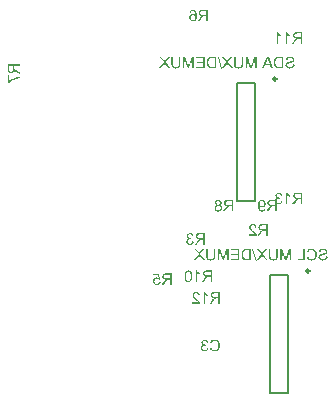
<source format=gbo>
%FSAX24Y24*%
%MOIN*%
G70*
G01*
G75*
G04 Layer_Color=32896*
%ADD10R,0.0177X0.0118*%
%ADD11R,0.0118X0.0177*%
%ADD12O,0.0118X0.0709*%
%ADD13O,0.0709X0.0118*%
%ADD14R,0.0197X0.0925*%
%ADD15R,0.0925X0.0984*%
%ADD16R,0.0591X0.0591*%
%ADD17R,0.0551X0.0433*%
%ADD18R,0.1024X0.0945*%
%ADD19R,0.0433X0.0551*%
%ADD20R,0.0866X0.0787*%
%ADD21R,0.0236X0.0126*%
%ADD22R,0.0126X0.0236*%
%ADD23O,0.0354X0.0118*%
%ADD24O,0.0118X0.0354*%
%ADD25R,0.1024X0.1024*%
%ADD26O,0.0591X0.0236*%
%ADD27C,0.0080*%
%ADD28R,0.0591X0.0591*%
%ADD29C,0.0591*%
%ADD30C,0.0512*%
%ADD31C,0.0240*%
%ADD32C,0.0260*%
%ADD33O,0.0984X0.0276*%
%ADD34C,0.0020*%
%ADD35C,0.0236*%
%ADD36C,0.0098*%
%ADD37C,0.0079*%
%ADD38C,0.0100*%
%ADD39R,0.0257X0.0198*%
%ADD40R,0.0198X0.0257*%
%ADD41O,0.0198X0.0789*%
%ADD42O,0.0789X0.0198*%
%ADD43R,0.0277X0.1005*%
%ADD44R,0.1005X0.1064*%
%ADD45R,0.0671X0.0671*%
%ADD46R,0.0631X0.0513*%
%ADD47R,0.1104X0.1025*%
%ADD48R,0.0513X0.0631*%
%ADD49R,0.0946X0.0867*%
%ADD50R,0.0316X0.0206*%
%ADD51R,0.0206X0.0316*%
%ADD52O,0.0434X0.0198*%
%ADD53O,0.0198X0.0434*%
%ADD54R,0.1104X0.1104*%
%ADD55O,0.0671X0.0316*%
%ADD56R,0.0671X0.0671*%
%ADD57C,0.0671*%
%ADD58C,0.0592*%
%ADD59C,0.0320*%
%ADD60O,0.1064X0.0356*%
%ADD61C,0.0340*%
G36*
X026011Y036310D02*
X025962D01*
Y036637D01*
X025851Y036310D01*
X025806D01*
X025694Y036631D01*
Y036310D01*
X025645D01*
Y036694D01*
X025713D01*
X025805Y036427D01*
X025810Y036412D01*
X025814Y036400D01*
X025818Y036389D01*
X025821Y036380D01*
X025823Y036374D01*
X025825Y036369D01*
X025825Y036366D01*
X025826Y036365D01*
X025828Y036373D01*
X025831Y036382D01*
X025834Y036391D01*
X025837Y036400D01*
X025840Y036409D01*
X025842Y036415D01*
X025843Y036418D01*
X025844Y036420D01*
X025844Y036421D01*
Y036422D01*
X025935Y036694D01*
X026011D01*
Y036310D01*
D02*
G37*
G36*
X023924D02*
X023875D01*
Y036637D01*
X023764Y036310D01*
X023719D01*
X023606Y036631D01*
Y036310D01*
X023558D01*
Y036694D01*
X023626D01*
X023718Y036427D01*
X023723Y036412D01*
X023727Y036400D01*
X023731Y036389D01*
X023733Y036380D01*
X023736Y036374D01*
X023737Y036369D01*
X023738Y036366D01*
X023738Y036365D01*
X023741Y036373D01*
X023743Y036382D01*
X023747Y036391D01*
X023750Y036400D01*
X023752Y036409D01*
X023755Y036415D01*
X023756Y036418D01*
X023756Y036420D01*
X023757Y036421D01*
Y036422D01*
X023848Y036694D01*
X023924D01*
Y036310D01*
D02*
G37*
G36*
X025066Y036509D02*
X025214Y036310D01*
X025153D01*
X025056Y036443D01*
X025054Y036447D01*
X025051Y036450D01*
X025045Y036459D01*
X025042Y036464D01*
X025040Y036467D01*
X025038Y036469D01*
X025038Y036470D01*
X025032Y036462D01*
X025027Y036454D01*
X025025Y036451D01*
X025024Y036449D01*
X025023Y036447D01*
X025022Y036447D01*
X024925Y036310D01*
X024862D01*
X025006Y036511D01*
X024873Y036694D01*
X024928D01*
X025005Y036592D01*
X025012Y036584D01*
X025017Y036576D01*
X025023Y036568D01*
X025027Y036562D01*
X025031Y036556D01*
X025034Y036552D01*
X025036Y036550D01*
X025036Y036549D01*
X025040Y036555D01*
X025044Y036563D01*
X025049Y036570D01*
X025054Y036578D01*
X025059Y036585D01*
X025063Y036590D01*
X025064Y036592D01*
X025065Y036594D01*
X025067Y036595D01*
Y036595D01*
X025137Y036694D01*
X025197D01*
X025066Y036509D01*
D02*
G37*
G36*
X022979D02*
X023127Y036310D01*
X023066D01*
X022969Y036443D01*
X022966Y036447D01*
X022964Y036450D01*
X022958Y036459D01*
X022955Y036464D01*
X022953Y036467D01*
X022951Y036469D01*
X022950Y036470D01*
X022945Y036462D01*
X022940Y036454D01*
X022938Y036451D01*
X022937Y036449D01*
X022935Y036447D01*
X022935Y036447D01*
X022838Y036310D01*
X022775D01*
X022919Y036511D01*
X022786Y036694D01*
X022841D01*
X022918Y036592D01*
X022924Y036584D01*
X022930Y036576D01*
X022935Y036568D01*
X022940Y036562D01*
X022944Y036556D01*
X022947Y036552D01*
X022948Y036550D01*
X022949Y036549D01*
X022953Y036555D01*
X022957Y036563D01*
X022962Y036570D01*
X022967Y036578D01*
X022972Y036585D01*
X022975Y036590D01*
X022977Y036592D01*
X022978Y036594D01*
X022979Y036595D01*
Y036595D01*
X023049Y036694D01*
X023110D01*
X022979Y036509D01*
D02*
G37*
G36*
X026697Y036700D02*
X026715Y036697D01*
X026730Y036694D01*
X026738Y036691D01*
X026744Y036689D01*
X026750Y036687D01*
X026756Y036685D01*
X026760Y036683D01*
X026765Y036681D01*
X026768Y036680D01*
X026770Y036679D01*
X026772Y036678D01*
X026772Y036677D01*
X026787Y036668D01*
X026800Y036657D01*
X026811Y036646D01*
X026820Y036635D01*
X026828Y036625D01*
X026830Y036620D01*
X026833Y036616D01*
X026835Y036614D01*
X026836Y036611D01*
X026836Y036610D01*
X026837Y036609D01*
X026845Y036592D01*
X026850Y036574D01*
X026854Y036556D01*
X026857Y036540D01*
X026858Y036533D01*
X026859Y036526D01*
X026859Y036520D01*
Y036515D01*
X026860Y036511D01*
Y036508D01*
Y036505D01*
Y036505D01*
X026859Y036485D01*
X026856Y036465D01*
X026854Y036448D01*
X026851Y036440D01*
X026850Y036433D01*
X026848Y036426D01*
X026846Y036420D01*
X026844Y036414D01*
X026843Y036410D01*
X026841Y036407D01*
X026841Y036404D01*
X026840Y036402D01*
Y036402D01*
X026832Y036385D01*
X026822Y036370D01*
X026812Y036357D01*
X026807Y036352D01*
X026803Y036347D01*
X026798Y036343D01*
X026794Y036339D01*
X026790Y036336D01*
X026787Y036333D01*
X026784Y036331D01*
X026782Y036329D01*
X026781Y036329D01*
X026780Y036328D01*
X026773Y036324D01*
X026765Y036320D01*
X026748Y036314D01*
X026732Y036309D01*
X026716Y036307D01*
X026708Y036306D01*
X026701Y036304D01*
X026695Y036304D01*
X026690D01*
X026686Y036303D01*
X026679D01*
X026668Y036304D01*
X026658Y036305D01*
X026648Y036306D01*
X026638Y036308D01*
X026629Y036311D01*
X026621Y036314D01*
X026613Y036317D01*
X026606Y036320D01*
X026600Y036323D01*
X026594Y036326D01*
X026590Y036328D01*
X026585Y036331D01*
X026582Y036333D01*
X026580Y036334D01*
X026578Y036336D01*
X026578Y036336D01*
X026570Y036343D01*
X026563Y036349D01*
X026557Y036357D01*
X026551Y036365D01*
X026541Y036380D01*
X026533Y036396D01*
X026530Y036403D01*
X026527Y036410D01*
X026525Y036416D01*
X026523Y036421D01*
X026522Y036425D01*
X026521Y036429D01*
X026520Y036431D01*
Y036432D01*
X026571Y036444D01*
X026573Y036435D01*
X026576Y036427D01*
X026579Y036419D01*
X026582Y036412D01*
X026585Y036405D01*
X026588Y036400D01*
X026592Y036394D01*
X026596Y036389D01*
X026598Y036385D01*
X026602Y036382D01*
X026604Y036378D01*
X026607Y036375D01*
X026609Y036374D01*
X026611Y036372D01*
X026611Y036372D01*
X026612Y036371D01*
X026617Y036367D01*
X026623Y036363D01*
X026636Y036357D01*
X026647Y036353D01*
X026659Y036350D01*
X026669Y036348D01*
X026673Y036347D01*
X026677D01*
X026680Y036347D01*
X026684D01*
X026697Y036347D01*
X026709Y036349D01*
X026720Y036352D01*
X026730Y036356D01*
X026738Y036359D01*
X026741Y036360D01*
X026744Y036362D01*
X026746Y036363D01*
X026748Y036364D01*
X026749Y036364D01*
X026749D01*
X026760Y036372D01*
X026769Y036380D01*
X026777Y036390D01*
X026783Y036399D01*
X026788Y036407D01*
X026791Y036413D01*
X026792Y036416D01*
X026793Y036418D01*
X026794Y036419D01*
Y036419D01*
X026798Y036434D01*
X026802Y036448D01*
X026804Y036463D01*
X026806Y036476D01*
X026807Y036482D01*
X026807Y036488D01*
Y036493D01*
X026808Y036496D01*
Y036500D01*
Y036503D01*
Y036504D01*
Y036505D01*
X026807Y036519D01*
X026806Y036533D01*
X026804Y036545D01*
X026802Y036556D01*
X026800Y036565D01*
X026799Y036569D01*
X026798Y036573D01*
X026797Y036575D01*
X026797Y036577D01*
X026796Y036578D01*
Y036579D01*
X026790Y036591D01*
X026784Y036603D01*
X026778Y036612D01*
X026770Y036621D01*
X026764Y036627D01*
X026759Y036632D01*
X026755Y036635D01*
X026755Y036636D01*
X026754D01*
X026743Y036643D01*
X026730Y036649D01*
X026718Y036652D01*
X026706Y036655D01*
X026696Y036656D01*
X026691Y036657D01*
X026687D01*
X026684Y036657D01*
X026680D01*
X026666Y036657D01*
X026653Y036655D01*
X026643Y036651D01*
X026633Y036648D01*
X026626Y036644D01*
X026621Y036641D01*
X026617Y036639D01*
X026616Y036638D01*
X026607Y036630D01*
X026599Y036620D01*
X026592Y036610D01*
X026587Y036600D01*
X026582Y036591D01*
X026581Y036587D01*
X026580Y036584D01*
X026578Y036581D01*
X026577Y036579D01*
X026577Y036578D01*
Y036577D01*
X026527Y036589D01*
X026530Y036599D01*
X026533Y036607D01*
X026538Y036616D01*
X026542Y036624D01*
X026546Y036631D01*
X026551Y036638D01*
X026556Y036645D01*
X026560Y036650D01*
X026565Y036655D01*
X026568Y036659D01*
X026572Y036663D01*
X026575Y036666D01*
X026578Y036669D01*
X026580Y036670D01*
X026581Y036671D01*
X026582Y036671D01*
X026590Y036676D01*
X026597Y036681D01*
X026605Y036685D01*
X026613Y036689D01*
X026630Y036694D01*
X026645Y036697D01*
X026652Y036699D01*
X026658Y036699D01*
X026664Y036700D01*
X026669Y036700D01*
X026673Y036701D01*
X026679D01*
X026697Y036700D01*
D02*
G37*
G36*
X026460Y036310D02*
X026219D01*
Y036356D01*
X026409D01*
Y036694D01*
X026460D01*
Y036310D01*
D02*
G37*
G36*
X025562Y036472D02*
Y036461D01*
X025561Y036450D01*
X025561Y036440D01*
X025559Y036431D01*
X025558Y036423D01*
X025557Y036415D01*
X025556Y036408D01*
X025554Y036401D01*
X025553Y036395D01*
X025552Y036390D01*
X025551Y036385D01*
X025549Y036382D01*
X025548Y036379D01*
X025548Y036377D01*
X025547Y036376D01*
Y036375D01*
X025541Y036363D01*
X025533Y036352D01*
X025526Y036343D01*
X025517Y036336D01*
X025510Y036329D01*
X025504Y036325D01*
X025502Y036324D01*
X025500Y036323D01*
X025499Y036322D01*
X025498D01*
X025485Y036316D01*
X025470Y036311D01*
X025455Y036308D01*
X025441Y036306D01*
X025435Y036305D01*
X025429Y036304D01*
X025423Y036304D01*
X025419D01*
X025415Y036303D01*
X025410D01*
X025390Y036304D01*
X025381Y036306D01*
X025373Y036307D01*
X025365Y036308D01*
X025357Y036310D01*
X025351Y036312D01*
X025345Y036314D01*
X025339Y036316D01*
X025335Y036318D01*
X025330Y036319D01*
X025327Y036321D01*
X025324Y036323D01*
X025322Y036323D01*
X025321Y036324D01*
X025321D01*
X025309Y036333D01*
X025299Y036342D01*
X025291Y036351D01*
X025284Y036360D01*
X025279Y036368D01*
X025276Y036374D01*
X025275Y036376D01*
X025274Y036378D01*
X025273Y036379D01*
Y036379D01*
X025271Y036386D01*
X025269Y036393D01*
X025265Y036408D01*
X025263Y036424D01*
X025261Y036439D01*
X025261Y036445D01*
X025260Y036452D01*
Y036458D01*
X025260Y036463D01*
Y036467D01*
Y036469D01*
Y036472D01*
Y036472D01*
Y036694D01*
X025311D01*
Y036472D01*
Y036459D01*
X025312Y036447D01*
X025313Y036437D01*
X025315Y036427D01*
X025316Y036418D01*
X025319Y036409D01*
X025320Y036402D01*
X025322Y036396D01*
X025325Y036391D01*
X025327Y036386D01*
X025329Y036383D01*
X025331Y036379D01*
X025332Y036377D01*
X025334Y036375D01*
X025334Y036375D01*
X025335Y036374D01*
X025340Y036370D01*
X025345Y036366D01*
X025357Y036360D01*
X025370Y036356D01*
X025384Y036353D01*
X025396Y036351D01*
X025401Y036350D01*
X025406D01*
X025409Y036349D01*
X025415D01*
X025426Y036350D01*
X025437Y036352D01*
X025447Y036353D01*
X025455Y036356D01*
X025461Y036358D01*
X025466Y036360D01*
X025469Y036362D01*
X025470Y036362D01*
X025478Y036367D01*
X025485Y036373D01*
X025490Y036379D01*
X025494Y036385D01*
X025497Y036390D01*
X025500Y036394D01*
X025501Y036397D01*
X025502Y036398D01*
X025503Y036403D01*
X025505Y036408D01*
X025507Y036420D01*
X025508Y036432D01*
X025509Y036444D01*
X025510Y036455D01*
Y036460D01*
X025511Y036464D01*
Y036467D01*
Y036470D01*
Y036472D01*
Y036472D01*
Y036694D01*
X025562D01*
Y036472D01*
D02*
G37*
G36*
X023474D02*
Y036461D01*
X023474Y036450D01*
X023473Y036440D01*
X023472Y036431D01*
X023471Y036423D01*
X023470Y036415D01*
X023468Y036408D01*
X023467Y036401D01*
X023466Y036395D01*
X023464Y036390D01*
X023463Y036385D01*
X023462Y036382D01*
X023461Y036379D01*
X023460Y036377D01*
X023460Y036376D01*
Y036375D01*
X023454Y036363D01*
X023446Y036352D01*
X023438Y036343D01*
X023430Y036336D01*
X023423Y036329D01*
X023417Y036325D01*
X023414Y036324D01*
X023413Y036323D01*
X023412Y036322D01*
X023411D01*
X023397Y036316D01*
X023383Y036311D01*
X023368Y036308D01*
X023354Y036306D01*
X023348Y036305D01*
X023342Y036304D01*
X023336Y036304D01*
X023332D01*
X023328Y036303D01*
X023323D01*
X023303Y036304D01*
X023294Y036306D01*
X023286Y036307D01*
X023277Y036308D01*
X023270Y036310D01*
X023263Y036312D01*
X023257Y036314D01*
X023252Y036316D01*
X023247Y036318D01*
X023243Y036319D01*
X023240Y036321D01*
X023237Y036323D01*
X023235Y036323D01*
X023234Y036324D01*
X023233D01*
X023221Y036333D01*
X023211Y036342D01*
X023203Y036351D01*
X023197Y036360D01*
X023192Y036368D01*
X023188Y036374D01*
X023187Y036376D01*
X023186Y036378D01*
X023186Y036379D01*
Y036379D01*
X023183Y036386D01*
X023181Y036393D01*
X023178Y036408D01*
X023176Y036424D01*
X023174Y036439D01*
X023173Y036445D01*
X023173Y036452D01*
Y036458D01*
X023172Y036463D01*
Y036467D01*
Y036469D01*
Y036472D01*
Y036472D01*
Y036694D01*
X023223D01*
Y036472D01*
Y036459D01*
X023225Y036447D01*
X023226Y036437D01*
X023227Y036427D01*
X023229Y036418D01*
X023231Y036409D01*
X023233Y036402D01*
X023235Y036396D01*
X023237Y036391D01*
X023240Y036386D01*
X023242Y036383D01*
X023243Y036379D01*
X023245Y036377D01*
X023246Y036375D01*
X023247Y036375D01*
X023247Y036374D01*
X023252Y036370D01*
X023258Y036366D01*
X023270Y036360D01*
X023283Y036356D01*
X023296Y036353D01*
X023308Y036351D01*
X023313Y036350D01*
X023318D01*
X023322Y036349D01*
X023327D01*
X023339Y036350D01*
X023349Y036352D01*
X023359Y036353D01*
X023367Y036356D01*
X023374Y036358D01*
X023379Y036360D01*
X023382Y036362D01*
X023383Y036362D01*
X023391Y036367D01*
X023397Y036373D01*
X023403Y036379D01*
X023407Y036385D01*
X023410Y036390D01*
X023413Y036394D01*
X023414Y036397D01*
X023414Y036398D01*
X023416Y036403D01*
X023417Y036408D01*
X023419Y036420D01*
X023421Y036432D01*
X023422Y036444D01*
X023423Y036455D01*
Y036460D01*
X023423Y036464D01*
Y036467D01*
Y036470D01*
Y036472D01*
Y036472D01*
Y036694D01*
X023474D01*
Y036472D01*
D02*
G37*
G36*
X025861Y043906D02*
X025867Y043897D01*
X025874Y043889D01*
X025881Y043881D01*
X025888Y043874D01*
X025893Y043869D01*
X025895Y043867D01*
X025897Y043865D01*
X025897Y043865D01*
X025898Y043864D01*
X025909Y043855D01*
X025921Y043846D01*
X025932Y043838D01*
X025943Y043832D01*
X025953Y043826D01*
X025957Y043824D01*
X025960Y043822D01*
X025963Y043821D01*
X025965Y043820D01*
X025966Y043819D01*
X025967D01*
Y043774D01*
X025958Y043777D01*
X025950Y043781D01*
X025942Y043785D01*
X025934Y043789D01*
X025927Y043792D01*
X025922Y043795D01*
X025918Y043797D01*
X025918Y043798D01*
X025917D01*
X025907Y043804D01*
X025898Y043810D01*
X025890Y043815D01*
X025884Y043820D01*
X025879Y043824D01*
X025875Y043827D01*
X025873Y043830D01*
X025872Y043830D01*
Y043530D01*
X025825D01*
Y043916D01*
X025856D01*
X025861Y043906D01*
D02*
G37*
G36*
X025562D02*
X025569Y043897D01*
X025576Y043889D01*
X025582Y043881D01*
X025589Y043874D01*
X025594Y043869D01*
X025596Y043867D01*
X025598Y043865D01*
X025599Y043865D01*
X025599Y043864D01*
X025611Y043855D01*
X025622Y043846D01*
X025634Y043838D01*
X025645Y043832D01*
X025654Y043826D01*
X025658Y043824D01*
X025661Y043822D01*
X025664Y043821D01*
X025666Y043820D01*
X025667Y043819D01*
X025668D01*
Y043774D01*
X025660Y043777D01*
X025651Y043781D01*
X025643Y043785D01*
X025635Y043789D01*
X025629Y043792D01*
X025623Y043795D01*
X025620Y043797D01*
X025619Y043798D01*
X025619D01*
X025609Y043804D01*
X025600Y043810D01*
X025592Y043815D01*
X025586Y043820D01*
X025580Y043824D01*
X025577Y043827D01*
X025574Y043830D01*
X025574Y043830D01*
Y043530D01*
X025526D01*
Y043916D01*
X025557D01*
X025562Y043906D01*
D02*
G37*
G36*
X023370Y035590D02*
X023319D01*
Y035760D01*
X023253D01*
X023247Y035760D01*
X023243D01*
X023239Y035759D01*
X023236Y035759D01*
X023234D01*
X023233Y035758D01*
X023232D01*
X023223Y035755D01*
X023220Y035754D01*
X023216Y035752D01*
X023213Y035750D01*
X023211Y035749D01*
X023210Y035749D01*
X023209Y035748D01*
X023205Y035745D01*
X023200Y035741D01*
X023192Y035733D01*
X023188Y035729D01*
X023185Y035725D01*
X023184Y035723D01*
X023183Y035723D01*
X023177Y035715D01*
X023171Y035707D01*
X023165Y035698D01*
X023159Y035689D01*
X023154Y035682D01*
X023150Y035675D01*
X023149Y035673D01*
X023147Y035672D01*
X023146Y035670D01*
Y035670D01*
X023096Y035590D01*
X023033D01*
X023099Y035694D01*
X023106Y035705D01*
X023114Y035715D01*
X023121Y035724D01*
X023127Y035732D01*
X023132Y035737D01*
X023137Y035742D01*
X023140Y035744D01*
X023141Y035745D01*
X023145Y035749D01*
X023150Y035753D01*
X023160Y035759D01*
X023165Y035761D01*
X023168Y035763D01*
X023170Y035764D01*
X023171Y035765D01*
X023161Y035766D01*
X023152Y035768D01*
X023144Y035771D01*
X023135Y035773D01*
X023128Y035776D01*
X023121Y035779D01*
X023115Y035782D01*
X023110Y035785D01*
X023105Y035788D01*
X023101Y035791D01*
X023097Y035793D01*
X023095Y035795D01*
X023093Y035797D01*
X023091Y035799D01*
X023090Y035799D01*
X023090Y035800D01*
X023085Y035805D01*
X023081Y035811D01*
X023074Y035823D01*
X023070Y035834D01*
X023066Y035845D01*
X023064Y035855D01*
X023064Y035859D01*
Y035863D01*
X023063Y035865D01*
Y035868D01*
Y035869D01*
Y035869D01*
X023064Y035881D01*
X023065Y035891D01*
X023068Y035901D01*
X023071Y035910D01*
X023074Y035917D01*
X023076Y035922D01*
X023079Y035926D01*
X023079Y035926D01*
Y035927D01*
X023086Y035936D01*
X023093Y035944D01*
X023100Y035950D01*
X023106Y035955D01*
X023112Y035959D01*
X023117Y035961D01*
X023121Y035963D01*
X023121Y035964D01*
X023122D01*
X023127Y035965D01*
X023133Y035967D01*
X023145Y035970D01*
X023159Y035971D01*
X023171Y035973D01*
X023182Y035974D01*
X023187D01*
X023192Y035974D01*
X023370D01*
Y035590D01*
D02*
G37*
G36*
X022594Y035975D02*
X022607Y035972D01*
X022619Y035969D01*
X022629Y035965D01*
X022637Y035960D01*
X022641Y035959D01*
X022644Y035956D01*
X022646Y035955D01*
X022647Y035954D01*
X022648Y035953D01*
X022648D01*
X022658Y035944D01*
X022667Y035934D01*
X022674Y035923D01*
X022680Y035913D01*
X022684Y035904D01*
X022686Y035900D01*
X022687Y035896D01*
X022688Y035893D01*
X022690Y035891D01*
X022690Y035890D01*
Y035889D01*
X022692Y035881D01*
X022695Y035872D01*
X022698Y035854D01*
X022701Y035836D01*
X022702Y035819D01*
X022703Y035810D01*
X022703Y035803D01*
Y035796D01*
X022704Y035790D01*
Y035786D01*
Y035782D01*
Y035780D01*
Y035779D01*
X022703Y035760D01*
X022702Y035742D01*
X022701Y035725D01*
X022698Y035709D01*
X022695Y035695D01*
X022692Y035682D01*
X022688Y035670D01*
X022685Y035660D01*
X022682Y035652D01*
X022678Y035644D01*
X022675Y035637D01*
X022672Y035632D01*
X022670Y035628D01*
X022668Y035625D01*
X022667Y035623D01*
X022666Y035623D01*
X022660Y035616D01*
X022653Y035610D01*
X022646Y035604D01*
X022639Y035600D01*
X022632Y035596D01*
X022625Y035593D01*
X022617Y035591D01*
X022611Y035588D01*
X022604Y035587D01*
X022598Y035586D01*
X022592Y035584D01*
X022588Y035584D01*
X022584Y035583D01*
X022579D01*
X022564Y035584D01*
X022550Y035587D01*
X022538Y035591D01*
X022528Y035594D01*
X022520Y035598D01*
X022517Y035601D01*
X022514Y035602D01*
X022512Y035603D01*
X022510Y035604D01*
X022510Y035606D01*
X022509D01*
X022499Y035615D01*
X022491Y035625D01*
X022484Y035636D01*
X022478Y035646D01*
X022474Y035655D01*
X022471Y035659D01*
X022470Y035663D01*
X022469Y035666D01*
X022468Y035668D01*
X022468Y035669D01*
Y035670D01*
X022465Y035678D01*
X022463Y035687D01*
X022459Y035704D01*
X022456Y035723D01*
X022455Y035740D01*
X022454Y035748D01*
X022454Y035755D01*
Y035762D01*
X022453Y035768D01*
Y035773D01*
Y035776D01*
Y035779D01*
Y035779D01*
Y035790D01*
X022454Y035800D01*
Y035809D01*
X022454Y035818D01*
X022455Y035825D01*
X022456Y035833D01*
X022456Y035840D01*
X022458Y035846D01*
X022458Y035851D01*
X022459Y035856D01*
X022460Y035860D01*
X022460Y035864D01*
X022461Y035866D01*
X022461Y035868D01*
X022462Y035869D01*
Y035870D01*
X022465Y035882D01*
X022469Y035893D01*
X022474Y035902D01*
X022477Y035911D01*
X022481Y035918D01*
X022483Y035923D01*
X022485Y035926D01*
X022486Y035927D01*
X022492Y035935D01*
X022498Y035942D01*
X022505Y035949D01*
X022511Y035954D01*
X022516Y035958D01*
X022521Y035961D01*
X022524Y035962D01*
X022524Y035963D01*
X022525D01*
X022534Y035967D01*
X022543Y035970D01*
X022552Y035972D01*
X022560Y035974D01*
X022567Y035975D01*
X022574Y035976D01*
X022579D01*
X022594Y035975D01*
D02*
G37*
G36*
X023121Y035246D02*
X023127Y035237D01*
X023134Y035229D01*
X023141Y035221D01*
X023148Y035214D01*
X023153Y035209D01*
X023155Y035207D01*
X023157Y035205D01*
X023157Y035205D01*
X023158Y035204D01*
X023169Y035195D01*
X023181Y035186D01*
X023192Y035178D01*
X023203Y035172D01*
X023213Y035166D01*
X023217Y035164D01*
X023220Y035162D01*
X023223Y035161D01*
X023225Y035160D01*
X023226Y035159D01*
X023227D01*
Y035114D01*
X023218Y035117D01*
X023210Y035121D01*
X023202Y035125D01*
X023194Y035129D01*
X023187Y035132D01*
X023182Y035135D01*
X023178Y035137D01*
X023178Y035138D01*
X023177D01*
X023167Y035144D01*
X023158Y035150D01*
X023150Y035155D01*
X023144Y035160D01*
X023139Y035164D01*
X023135Y035167D01*
X023133Y035170D01*
X023132Y035170D01*
Y034870D01*
X023085D01*
Y035256D01*
X023116D01*
X023121Y035246D01*
D02*
G37*
G36*
X023630Y034870D02*
X023579D01*
Y035040D01*
X023513D01*
X023507Y035040D01*
X023503D01*
X023499Y035039D01*
X023496Y035039D01*
X023494D01*
X023493Y035038D01*
X023492D01*
X023483Y035035D01*
X023480Y035034D01*
X023476Y035032D01*
X023473Y035030D01*
X023471Y035029D01*
X023470Y035029D01*
X023469Y035028D01*
X023465Y035025D01*
X023460Y035021D01*
X023452Y035013D01*
X023448Y035009D01*
X023445Y035005D01*
X023444Y035003D01*
X023443Y035003D01*
X023437Y034995D01*
X023431Y034987D01*
X023425Y034978D01*
X023419Y034969D01*
X023414Y034962D01*
X023410Y034955D01*
X023409Y034953D01*
X023407Y034952D01*
X023406Y034950D01*
Y034950D01*
X023356Y034870D01*
X023293D01*
X023359Y034974D01*
X023366Y034985D01*
X023374Y034995D01*
X023381Y035004D01*
X023387Y035012D01*
X023392Y035017D01*
X023397Y035022D01*
X023400Y035024D01*
X023401Y035025D01*
X023405Y035029D01*
X023410Y035033D01*
X023420Y035039D01*
X023425Y035041D01*
X023428Y035043D01*
X023430Y035044D01*
X023431Y035045D01*
X023421Y035046D01*
X023412Y035048D01*
X023404Y035051D01*
X023395Y035053D01*
X023388Y035056D01*
X023381Y035059D01*
X023375Y035062D01*
X023370Y035065D01*
X023365Y035068D01*
X023361Y035071D01*
X023357Y035073D01*
X023355Y035075D01*
X023352Y035077D01*
X023351Y035079D01*
X023350Y035079D01*
X023350Y035080D01*
X023345Y035085D01*
X023341Y035091D01*
X023334Y035103D01*
X023330Y035114D01*
X023326Y035125D01*
X023324Y035135D01*
X023324Y035139D01*
Y035143D01*
X023323Y035145D01*
Y035148D01*
Y035149D01*
Y035149D01*
X023324Y035161D01*
X023325Y035171D01*
X023328Y035181D01*
X023331Y035190D01*
X023334Y035197D01*
X023336Y035202D01*
X023339Y035206D01*
X023339Y035206D01*
Y035207D01*
X023346Y035216D01*
X023352Y035224D01*
X023360Y035230D01*
X023366Y035235D01*
X023372Y035239D01*
X023377Y035241D01*
X023381Y035243D01*
X023381Y035244D01*
X023382D01*
X023387Y035245D01*
X023393Y035247D01*
X023405Y035250D01*
X023419Y035251D01*
X023431Y035253D01*
X023442Y035254D01*
X023447D01*
X023452Y035254D01*
X023630D01*
Y034870D01*
D02*
G37*
G36*
X026370Y043530D02*
X026319D01*
Y043700D01*
X026253D01*
X026247Y043700D01*
X026243D01*
X026239Y043699D01*
X026236Y043699D01*
X026234D01*
X026233Y043698D01*
X026232D01*
X026223Y043695D01*
X026220Y043694D01*
X026216Y043692D01*
X026213Y043690D01*
X026211Y043689D01*
X026210Y043689D01*
X026209Y043688D01*
X026205Y043685D01*
X026200Y043681D01*
X026192Y043673D01*
X026188Y043669D01*
X026185Y043665D01*
X026184Y043663D01*
X026183Y043663D01*
X026177Y043655D01*
X026171Y043647D01*
X026165Y043638D01*
X026159Y043629D01*
X026154Y043622D01*
X026150Y043615D01*
X026149Y043613D01*
X026147Y043612D01*
X026146Y043610D01*
Y043610D01*
X026096Y043530D01*
X026033D01*
X026099Y043634D01*
X026106Y043645D01*
X026114Y043655D01*
X026121Y043664D01*
X026127Y043672D01*
X026132Y043677D01*
X026137Y043682D01*
X026140Y043684D01*
X026141Y043685D01*
X026145Y043689D01*
X026150Y043693D01*
X026160Y043699D01*
X026165Y043701D01*
X026168Y043703D01*
X026170Y043704D01*
X026171Y043705D01*
X026161Y043706D01*
X026152Y043708D01*
X026144Y043711D01*
X026135Y043713D01*
X026128Y043716D01*
X026121Y043719D01*
X026115Y043722D01*
X026110Y043725D01*
X026105Y043728D01*
X026101Y043731D01*
X026097Y043733D01*
X026095Y043735D01*
X026093Y043737D01*
X026091Y043739D01*
X026090Y043739D01*
X026090Y043740D01*
X026085Y043745D01*
X026081Y043751D01*
X026074Y043763D01*
X026070Y043774D01*
X026066Y043785D01*
X026064Y043795D01*
X026064Y043799D01*
Y043803D01*
X026063Y043805D01*
Y043808D01*
Y043809D01*
Y043809D01*
X026064Y043821D01*
X026065Y043831D01*
X026068Y043841D01*
X026071Y043850D01*
X026074Y043857D01*
X026076Y043862D01*
X026079Y043866D01*
X026079Y043866D01*
Y043867D01*
X026086Y043876D01*
X026093Y043884D01*
X026100Y043890D01*
X026106Y043895D01*
X026112Y043899D01*
X026117Y043901D01*
X026121Y043903D01*
X026121Y043904D01*
X026122D01*
X026127Y043905D01*
X026133Y043907D01*
X026145Y043910D01*
X026159Y043911D01*
X026171Y043913D01*
X026182Y043913D01*
X026187D01*
X026192Y043914D01*
X026370D01*
Y043530D01*
D02*
G37*
G36*
X022847Y035255D02*
X022856Y035255D01*
X022865Y035253D01*
X022874Y035251D01*
X022881Y035249D01*
X022889Y035247D01*
X022895Y035244D01*
X022901Y035241D01*
X022907Y035239D01*
X022911Y035236D01*
X022915Y035234D01*
X022918Y035231D01*
X022921Y035230D01*
X022923Y035228D01*
X022924Y035227D01*
X022925Y035227D01*
X022930Y035221D01*
X022935Y035215D01*
X022940Y035209D01*
X022944Y035202D01*
X022951Y035189D01*
X022955Y035175D01*
X022957Y035169D01*
X022958Y035163D01*
X022960Y035158D01*
X022961Y035154D01*
X022961Y035150D01*
Y035147D01*
X022962Y035145D01*
Y035145D01*
X022913Y035140D01*
X022912Y035152D01*
X022910Y035164D01*
X022907Y035174D01*
X022903Y035181D01*
X022900Y035188D01*
X022896Y035192D01*
X022894Y035195D01*
X022893Y035196D01*
X022885Y035203D01*
X022876Y035208D01*
X022866Y035212D01*
X022858Y035214D01*
X022850Y035216D01*
X022844Y035216D01*
X022841Y035217D01*
X022838D01*
X022826Y035216D01*
X022816Y035214D01*
X022807Y035211D01*
X022799Y035207D01*
X022793Y035204D01*
X022789Y035201D01*
X022786Y035199D01*
X022785Y035197D01*
X022779Y035190D01*
X022774Y035182D01*
X022770Y035174D01*
X022768Y035166D01*
X022766Y035160D01*
X022765Y035155D01*
X022765Y035151D01*
Y035151D01*
Y035150D01*
X022766Y035140D01*
X022768Y035130D01*
X022772Y035120D01*
X022776Y035111D01*
X022780Y035104D01*
X022784Y035098D01*
X022785Y035096D01*
X022786Y035094D01*
X022788Y035094D01*
Y035093D01*
X022792Y035087D01*
X022798Y035081D01*
X022804Y035074D01*
X022810Y035068D01*
X022824Y035054D01*
X022838Y035041D01*
X022845Y035035D01*
X022851Y035029D01*
X022857Y035024D01*
X022862Y035020D01*
X022866Y035017D01*
X022870Y035014D01*
X022872Y035012D01*
X022872Y035012D01*
X022886Y035000D01*
X022899Y034989D01*
X022910Y034979D01*
X022918Y034970D01*
X022925Y034963D01*
X022930Y034958D01*
X022933Y034955D01*
X022934Y034954D01*
Y034954D01*
X022942Y034944D01*
X022948Y034935D01*
X022953Y034927D01*
X022958Y034919D01*
X022961Y034912D01*
X022963Y034907D01*
X022965Y034904D01*
X022965Y034903D01*
Y034903D01*
X022967Y034897D01*
X022968Y034891D01*
X022970Y034886D01*
X022970Y034881D01*
X022971Y034876D01*
Y034873D01*
Y034871D01*
Y034870D01*
X022716D01*
Y034916D01*
X022905D01*
X022899Y034925D01*
X022895Y034929D01*
X022892Y034933D01*
X022890Y034936D01*
X022887Y034938D01*
X022886Y034940D01*
X022885Y034940D01*
X022882Y034943D01*
X022879Y034946D01*
X022871Y034953D01*
X022862Y034962D01*
X022853Y034970D01*
X022844Y034977D01*
X022840Y034980D01*
X022837Y034984D01*
X022834Y034986D01*
X022832Y034988D01*
X022831Y034989D01*
X022830Y034989D01*
X022821Y034997D01*
X022812Y035004D01*
X022805Y035012D01*
X022798Y035018D01*
X022791Y035024D01*
X022785Y035029D01*
X022780Y035034D01*
X022775Y035039D01*
X022771Y035043D01*
X022768Y035046D01*
X022765Y035049D01*
X022762Y035052D01*
X022759Y035055D01*
X022758Y035056D01*
X022750Y035066D01*
X022744Y035074D01*
X022738Y035083D01*
X022734Y035089D01*
X022730Y035095D01*
X022728Y035100D01*
X022727Y035103D01*
X022726Y035104D01*
X022723Y035112D01*
X022721Y035120D01*
X022719Y035128D01*
X022718Y035135D01*
X022717Y035141D01*
X022716Y035145D01*
Y035148D01*
Y035149D01*
X022717Y035157D01*
X022718Y035165D01*
X022719Y035173D01*
X022721Y035180D01*
X022727Y035193D01*
X022733Y035204D01*
X022736Y035209D01*
X022739Y035212D01*
X022741Y035216D01*
X022744Y035219D01*
X022746Y035221D01*
X022748Y035224D01*
X022749Y035224D01*
X022749Y035225D01*
X022755Y035230D01*
X022762Y035235D01*
X022769Y035239D01*
X022776Y035242D01*
X022791Y035248D01*
X022805Y035252D01*
X022811Y035253D01*
X022817Y035254D01*
X022823Y035255D01*
X022827Y035255D01*
X022831Y035256D01*
X022837D01*
X022847Y035255D01*
D02*
G37*
G36*
X025745Y042710D02*
X025607D01*
X025594Y042711D01*
X025582Y042711D01*
X025572Y042712D01*
X025563Y042713D01*
X025555Y042714D01*
X025549Y042715D01*
X025548Y042716D01*
X025546Y042716D01*
X025545D01*
X025535Y042719D01*
X025526Y042722D01*
X025518Y042725D01*
X025512Y042728D01*
X025506Y042731D01*
X025502Y042733D01*
X025500Y042735D01*
X025499Y042736D01*
X025492Y042741D01*
X025486Y042747D01*
X025480Y042752D01*
X025475Y042758D01*
X025470Y042763D01*
X025467Y042767D01*
X025465Y042769D01*
X025464Y042771D01*
X025458Y042779D01*
X025453Y042789D01*
X025448Y042798D01*
X025445Y042807D01*
X025442Y042814D01*
X025440Y042820D01*
X025439Y042823D01*
X025438Y042824D01*
X025438Y042825D01*
Y042826D01*
X025435Y042839D01*
X025432Y042853D01*
X025430Y042865D01*
X025428Y042878D01*
X025428Y042888D01*
Y042893D01*
X025427Y042896D01*
Y042899D01*
Y042902D01*
Y042903D01*
Y042904D01*
X025428Y042923D01*
X025430Y042940D01*
X025432Y042955D01*
X025433Y042963D01*
X025435Y042969D01*
X025437Y042975D01*
X025438Y042980D01*
X025439Y042984D01*
X025441Y042988D01*
X025441Y042991D01*
X025442Y042994D01*
X025443Y042995D01*
Y042995D01*
X025449Y043010D01*
X025456Y043022D01*
X025464Y043034D01*
X025471Y043043D01*
X025478Y043051D01*
X025483Y043056D01*
X025486Y043058D01*
X025487Y043060D01*
X025488Y043060D01*
X025488Y043061D01*
X025497Y043068D01*
X025507Y043074D01*
X025516Y043079D01*
X025525Y043082D01*
X025533Y043085D01*
X025539Y043087D01*
X025541Y043088D01*
X025543D01*
X025544Y043089D01*
X025544D01*
X025554Y043090D01*
X025565Y043092D01*
X025576Y043093D01*
X025587Y043094D01*
X025597Y043094D01*
X025745D01*
Y042710D01*
D02*
G37*
G36*
X025400D02*
X025346D01*
X025304Y042827D01*
X025143D01*
X025098Y042710D01*
X025041D01*
X025198Y043094D01*
X025253D01*
X025400Y042710D01*
D02*
G37*
G36*
X024402Y042872D02*
Y042861D01*
X024402Y042850D01*
X024401Y042840D01*
X024400Y042831D01*
X024399Y042823D01*
X024398Y042815D01*
X024396Y042808D01*
X024395Y042801D01*
X024394Y042795D01*
X024392Y042790D01*
X024391Y042785D01*
X024390Y042782D01*
X024389Y042779D01*
X024388Y042777D01*
X024388Y042776D01*
Y042775D01*
X024382Y042763D01*
X024374Y042752D01*
X024366Y042743D01*
X024358Y042736D01*
X024351Y042729D01*
X024345Y042725D01*
X024342Y042724D01*
X024341Y042723D01*
X024340Y042722D01*
X024339D01*
X024325Y042716D01*
X024311Y042711D01*
X024296Y042708D01*
X024282Y042706D01*
X024276Y042705D01*
X024270Y042704D01*
X024264Y042704D01*
X024260D01*
X024256Y042703D01*
X024251D01*
X024231Y042704D01*
X024222Y042706D01*
X024214Y042707D01*
X024205Y042708D01*
X024198Y042710D01*
X024191Y042712D01*
X024185Y042714D01*
X024180Y042716D01*
X024175Y042718D01*
X024171Y042719D01*
X024168Y042721D01*
X024165Y042723D01*
X024163Y042723D01*
X024162Y042724D01*
X024161D01*
X024149Y042733D01*
X024139Y042742D01*
X024131Y042751D01*
X024125Y042760D01*
X024120Y042768D01*
X024116Y042774D01*
X024115Y042776D01*
X024114Y042778D01*
X024114Y042779D01*
Y042779D01*
X024111Y042786D01*
X024109Y042793D01*
X024106Y042808D01*
X024104Y042824D01*
X024102Y042839D01*
X024101Y042845D01*
X024101Y042852D01*
Y042858D01*
X024100Y042863D01*
Y042867D01*
Y042869D01*
Y042871D01*
Y042872D01*
Y043094D01*
X024151D01*
Y042872D01*
Y042859D01*
X024153Y042847D01*
X024154Y042837D01*
X024155Y042827D01*
X024157Y042818D01*
X024159Y042809D01*
X024161Y042802D01*
X024163Y042796D01*
X024165Y042791D01*
X024168Y042786D01*
X024170Y042783D01*
X024171Y042779D01*
X024173Y042777D01*
X024174Y042775D01*
X024175Y042775D01*
X024175Y042774D01*
X024180Y042770D01*
X024186Y042766D01*
X024198Y042760D01*
X024211Y042756D01*
X024224Y042753D01*
X024236Y042751D01*
X024241Y042750D01*
X024246D01*
X024250Y042749D01*
X024255D01*
X024267Y042750D01*
X024277Y042752D01*
X024287Y042753D01*
X024295Y042756D01*
X024302Y042758D01*
X024307Y042760D01*
X024310Y042762D01*
X024311Y042762D01*
X024318Y042767D01*
X024325Y042773D01*
X024331Y042779D01*
X024335Y042785D01*
X024338Y042790D01*
X024341Y042794D01*
X024342Y042797D01*
X024342Y042798D01*
X024344Y042803D01*
X024345Y042808D01*
X024347Y042820D01*
X024349Y042832D01*
X024350Y042844D01*
X024351Y042855D01*
Y042860D01*
X024351Y042864D01*
Y042867D01*
Y042870D01*
Y042871D01*
Y042872D01*
Y043094D01*
X024402D01*
Y042872D01*
D02*
G37*
G36*
X022315D02*
Y042861D01*
X022314Y042850D01*
X022314Y042840D01*
X022313Y042831D01*
X022312Y042823D01*
X022310Y042815D01*
X022309Y042808D01*
X022308Y042801D01*
X022307Y042795D01*
X022305Y042790D01*
X022304Y042785D01*
X022303Y042782D01*
X022302Y042779D01*
X022301Y042777D01*
X022300Y042776D01*
Y042775D01*
X022294Y042763D01*
X022287Y042752D01*
X022279Y042743D01*
X022271Y042736D01*
X022263Y042729D01*
X022257Y042725D01*
X022255Y042724D01*
X022253Y042723D01*
X022252Y042722D01*
X022252D01*
X022238Y042716D01*
X022223Y042711D01*
X022208Y042708D01*
X022194Y042706D01*
X022188Y042705D01*
X022182Y042704D01*
X022177Y042704D01*
X022172D01*
X022168Y042703D01*
X022163D01*
X022143Y042704D01*
X022135Y042706D01*
X022126Y042707D01*
X022118Y042708D01*
X022111Y042710D01*
X022104Y042712D01*
X022098Y042714D01*
X022092Y042716D01*
X022088Y042718D01*
X022083Y042719D01*
X022080Y042721D01*
X022077Y042723D01*
X022076Y042723D01*
X022075Y042724D01*
X022074D01*
X022062Y042733D01*
X022052Y042742D01*
X022044Y042751D01*
X022037Y042760D01*
X022032Y042768D01*
X022029Y042774D01*
X022028Y042776D01*
X022027Y042778D01*
X022026Y042779D01*
Y042779D01*
X022024Y042786D01*
X022022Y042793D01*
X022019Y042808D01*
X022016Y042824D01*
X022015Y042839D01*
X022014Y042845D01*
X022014Y042852D01*
Y042858D01*
X022013Y042863D01*
Y042867D01*
Y042869D01*
Y042871D01*
Y042872D01*
Y043094D01*
X022064D01*
Y042872D01*
Y042859D01*
X022065Y042847D01*
X022066Y042837D01*
X022068Y042827D01*
X022070Y042818D01*
X022072Y042809D01*
X022073Y042802D01*
X022076Y042796D01*
X022078Y042791D01*
X022080Y042786D01*
X022082Y042783D01*
X022084Y042779D01*
X022086Y042777D01*
X022087Y042775D01*
X022087Y042775D01*
X022088Y042774D01*
X022093Y042770D01*
X022098Y042766D01*
X022111Y042760D01*
X022123Y042756D01*
X022137Y042753D01*
X022149Y042751D01*
X022154Y042750D01*
X022159D01*
X022162Y042749D01*
X022168D01*
X022180Y042750D01*
X022190Y042752D01*
X022200Y042753D01*
X022208Y042756D01*
X022214Y042758D01*
X022219Y042760D01*
X022222Y042762D01*
X022223Y042762D01*
X022231Y042767D01*
X022238Y042773D01*
X022243Y042779D01*
X022247Y042785D01*
X022251Y042790D01*
X022253Y042794D01*
X022254Y042797D01*
X022255Y042798D01*
X022257Y042803D01*
X022258Y042808D01*
X022260Y042820D01*
X022262Y042832D01*
X022263Y042844D01*
X022263Y042855D01*
Y042860D01*
X022264Y042864D01*
Y042867D01*
Y042870D01*
Y042871D01*
Y042872D01*
Y043094D01*
X022315D01*
Y042872D01*
D02*
G37*
G36*
X025985Y043100D02*
X025998Y043099D01*
X026010Y043096D01*
X026021Y043094D01*
X026029Y043092D01*
X026033Y043091D01*
X026036Y043090D01*
X026038Y043089D01*
X026040Y043088D01*
X026041Y043087D01*
X026041D01*
X026052Y043082D01*
X026062Y043076D01*
X026071Y043069D01*
X026077Y043063D01*
X026082Y043057D01*
X026086Y043053D01*
X026089Y043050D01*
X026089Y043049D01*
Y043049D01*
X026095Y043039D01*
X026099Y043030D01*
X026102Y043020D01*
X026103Y043012D01*
X026104Y043005D01*
X026106Y042999D01*
Y042997D01*
Y042995D01*
Y042995D01*
Y042994D01*
X026105Y042985D01*
X026103Y042976D01*
X026101Y042968D01*
X026099Y042960D01*
X026097Y042955D01*
X026094Y042950D01*
X026093Y042948D01*
X026092Y042946D01*
X026087Y042939D01*
X026080Y042931D01*
X026073Y042925D01*
X026067Y042920D01*
X026061Y042916D01*
X026056Y042913D01*
X026053Y042911D01*
X026052Y042910D01*
X026052D01*
X026047Y042908D01*
X026042Y042906D01*
X026031Y042902D01*
X026018Y042898D01*
X026006Y042894D01*
X025995Y042891D01*
X025990Y042890D01*
X025986Y042889D01*
X025982Y042888D01*
X025980Y042887D01*
X025978Y042886D01*
X025977D01*
X025968Y042884D01*
X025959Y042882D01*
X025951Y042880D01*
X025945Y042878D01*
X025938Y042877D01*
X025932Y042875D01*
X025927Y042874D01*
X025924Y042872D01*
X025920Y042871D01*
X025917Y042870D01*
X025912Y042869D01*
X025910Y042868D01*
X025909Y042868D01*
X025901Y042864D01*
X025894Y042860D01*
X025887Y042857D01*
X025883Y042853D01*
X025879Y042850D01*
X025877Y042848D01*
X025875Y042846D01*
X025875Y042845D01*
X025871Y042840D01*
X025868Y042835D01*
X025866Y042829D01*
X025865Y042825D01*
X025864Y042820D01*
X025864Y042817D01*
Y042814D01*
Y042814D01*
X025864Y042807D01*
X025865Y042801D01*
X025867Y042795D01*
X025869Y042791D01*
X025871Y042787D01*
X025873Y042784D01*
X025874Y042782D01*
X025875Y042781D01*
X025879Y042775D01*
X025885Y042771D01*
X025890Y042767D01*
X025895Y042763D01*
X025900Y042761D01*
X025904Y042759D01*
X025907Y042758D01*
X025908Y042757D01*
X025916Y042754D01*
X025925Y042752D01*
X025934Y042751D01*
X025942Y042750D01*
X025949Y042749D01*
X025954Y042749D01*
X025959D01*
X025971Y042749D01*
X025982Y042751D01*
X025992Y042752D01*
X026001Y042754D01*
X026008Y042757D01*
X026014Y042758D01*
X026016Y042759D01*
X026017Y042759D01*
X026018Y042760D01*
X026018D01*
X026027Y042764D01*
X026036Y042769D01*
X026042Y042774D01*
X026047Y042779D01*
X026052Y042783D01*
X026055Y042787D01*
X026056Y042789D01*
X026057Y042790D01*
X026061Y042797D01*
X026065Y042805D01*
X026067Y042813D01*
X026069Y042820D01*
X026071Y042828D01*
X026072Y042833D01*
Y042835D01*
X026072Y042837D01*
Y042837D01*
Y042838D01*
X026120Y042833D01*
X026119Y042819D01*
X026117Y042806D01*
X026113Y042794D01*
X026109Y042784D01*
X026106Y042775D01*
X026104Y042772D01*
X026103Y042769D01*
X026101Y042767D01*
X026101Y042765D01*
X026099Y042764D01*
Y042764D01*
X026091Y042753D01*
X026082Y042744D01*
X026073Y042736D01*
X026064Y042729D01*
X026056Y042724D01*
X026050Y042721D01*
X026047Y042720D01*
X026046Y042719D01*
X026045Y042718D01*
X026044D01*
X026030Y042713D01*
X026016Y042709D01*
X026001Y042707D01*
X025987Y042705D01*
X025981Y042704D01*
X025975Y042704D01*
X025970D01*
X025966Y042703D01*
X025957D01*
X025942Y042704D01*
X025928Y042706D01*
X025915Y042708D01*
X025905Y042711D01*
X025896Y042713D01*
X025892Y042715D01*
X025889Y042716D01*
X025886Y042717D01*
X025885Y042718D01*
X025884Y042718D01*
X025883D01*
X025871Y042724D01*
X025861Y042731D01*
X025852Y042738D01*
X025845Y042745D01*
X025840Y042751D01*
X025836Y042756D01*
X025833Y042759D01*
X025833Y042759D01*
Y042760D01*
X025826Y042771D01*
X025822Y042780D01*
X025819Y042790D01*
X025817Y042799D01*
X025816Y042807D01*
X025815Y042813D01*
Y042815D01*
Y042817D01*
Y042817D01*
Y042818D01*
X025815Y042829D01*
X025817Y042839D01*
X025820Y042849D01*
X025823Y042857D01*
X025826Y042863D01*
X025828Y042868D01*
X025830Y042871D01*
X025831Y042872D01*
X025838Y042880D01*
X025845Y042888D01*
X025854Y042895D01*
X025862Y042901D01*
X025869Y042905D01*
X025875Y042909D01*
X025877Y042910D01*
X025879Y042911D01*
X025880Y042911D01*
X025881D01*
X025885Y042914D01*
X025891Y042915D01*
X025897Y042918D01*
X025904Y042920D01*
X025917Y042924D01*
X025932Y042928D01*
X025939Y042929D01*
X025945Y042931D01*
X025951Y042933D01*
X025956Y042934D01*
X025960Y042935D01*
X025963Y042935D01*
X025965Y042936D01*
X025966D01*
X025977Y042939D01*
X025987Y042941D01*
X025996Y042944D01*
X026003Y042946D01*
X026011Y042949D01*
X026017Y042951D01*
X026022Y042953D01*
X026027Y042955D01*
X026031Y042957D01*
X026035Y042959D01*
X026037Y042960D01*
X026039Y042961D01*
X026042Y042963D01*
X026042Y042964D01*
X026047Y042969D01*
X026051Y042975D01*
X026053Y042980D01*
X026055Y042986D01*
X026056Y042990D01*
X026057Y042994D01*
Y042996D01*
Y042997D01*
X026056Y043006D01*
X026053Y043014D01*
X026050Y043021D01*
X026046Y043027D01*
X026043Y043031D01*
X026040Y043035D01*
X026037Y043037D01*
X026036Y043038D01*
X026032Y043041D01*
X026027Y043044D01*
X026017Y043048D01*
X026006Y043051D01*
X025995Y043053D01*
X025985Y043054D01*
X025980Y043055D01*
X025977Y043055D01*
X025969D01*
X025954Y043055D01*
X025940Y043052D01*
X025929Y043049D01*
X025919Y043046D01*
X025912Y043042D01*
X025906Y043039D01*
X025904Y043037D01*
X025902Y043036D01*
X025895Y043029D01*
X025889Y043020D01*
X025884Y043011D01*
X025880Y043002D01*
X025878Y042994D01*
X025876Y042988D01*
X025876Y042985D01*
X025875Y042984D01*
Y042983D01*
Y042982D01*
X025826Y042986D01*
X025828Y042998D01*
X025830Y043009D01*
X025833Y043020D01*
X025837Y043029D01*
X025840Y043036D01*
X025843Y043041D01*
X025844Y043043D01*
X025845Y043045D01*
X025846Y043045D01*
Y043046D01*
X025853Y043055D01*
X025861Y043064D01*
X025869Y043071D01*
X025877Y043076D01*
X025885Y043081D01*
X025890Y043084D01*
X025892Y043085D01*
X025894Y043086D01*
X025895Y043087D01*
X025896D01*
X025908Y043091D01*
X025921Y043095D01*
X025934Y043097D01*
X025945Y043099D01*
X025956Y043100D01*
X025960D01*
X025963Y043101D01*
X025971D01*
X025985Y043100D01*
D02*
G37*
G36*
X023699Y042703D02*
X023661D01*
X023550Y043101D01*
X023588D01*
X023699Y042703D01*
D02*
G37*
G36*
X023508Y042710D02*
X023370D01*
X023357Y042711D01*
X023346Y042711D01*
X023335Y042712D01*
X023326Y042713D01*
X023318Y042714D01*
X023313Y042715D01*
X023311Y042716D01*
X023309Y042716D01*
X023308D01*
X023298Y042719D01*
X023289Y042722D01*
X023282Y042725D01*
X023275Y042728D01*
X023270Y042731D01*
X023266Y042733D01*
X023263Y042735D01*
X023262Y042736D01*
X023255Y042741D01*
X023249Y042747D01*
X023243Y042752D01*
X023238Y042758D01*
X023233Y042763D01*
X023230Y042767D01*
X023228Y042769D01*
X023227Y042771D01*
X023222Y042779D01*
X023216Y042789D01*
X023212Y042798D01*
X023208Y042807D01*
X023205Y042814D01*
X023203Y042820D01*
X023202Y042823D01*
X023202Y042824D01*
X023201Y042825D01*
Y042826D01*
X023198Y042839D01*
X023195Y042853D01*
X023193Y042865D01*
X023192Y042878D01*
X023191Y042888D01*
Y042893D01*
X023191Y042896D01*
Y042899D01*
Y042902D01*
Y042903D01*
Y042904D01*
X023191Y042923D01*
X023193Y042940D01*
X023196Y042955D01*
X023197Y042963D01*
X023198Y042969D01*
X023200Y042975D01*
X023201Y042980D01*
X023202Y042984D01*
X023204Y042988D01*
X023205Y042991D01*
X023206Y042994D01*
X023206Y042995D01*
Y042995D01*
X023212Y043010D01*
X023220Y043022D01*
X023227Y043034D01*
X023235Y043043D01*
X023241Y043051D01*
X023247Y043056D01*
X023249Y043058D01*
X023251Y043060D01*
X023251Y043060D01*
X023252Y043061D01*
X023261Y043068D01*
X023270Y043074D01*
X023280Y043079D01*
X023288Y043082D01*
X023296Y043085D01*
X023302Y043087D01*
X023304Y043088D01*
X023306D01*
X023307Y043089D01*
X023308D01*
X023317Y043090D01*
X023328Y043092D01*
X023339Y043093D01*
X023351Y043094D01*
X023361Y043094D01*
X023508D01*
Y042710D01*
D02*
G37*
G36*
X023120D02*
X022833D01*
Y042756D01*
X023069D01*
Y042886D01*
X022857D01*
Y042931D01*
X023069D01*
Y043049D01*
X022842D01*
Y043094D01*
X023120D01*
Y042710D01*
D02*
G37*
G36*
X027085Y036700D02*
X027098Y036699D01*
X027110Y036696D01*
X027121Y036694D01*
X027129Y036692D01*
X027133Y036691D01*
X027136Y036690D01*
X027138Y036689D01*
X027140Y036688D01*
X027141Y036687D01*
X027141D01*
X027152Y036682D01*
X027162Y036676D01*
X027171Y036669D01*
X027177Y036663D01*
X027182Y036657D01*
X027186Y036653D01*
X027189Y036650D01*
X027189Y036649D01*
Y036649D01*
X027195Y036639D01*
X027199Y036630D01*
X027202Y036620D01*
X027203Y036612D01*
X027204Y036605D01*
X027206Y036599D01*
Y036597D01*
Y036595D01*
Y036595D01*
Y036594D01*
X027205Y036585D01*
X027203Y036576D01*
X027201Y036568D01*
X027199Y036560D01*
X027197Y036555D01*
X027194Y036550D01*
X027193Y036548D01*
X027192Y036546D01*
X027187Y036539D01*
X027180Y036531D01*
X027173Y036525D01*
X027167Y036520D01*
X027161Y036516D01*
X027156Y036513D01*
X027153Y036511D01*
X027152Y036510D01*
X027152D01*
X027147Y036508D01*
X027142Y036506D01*
X027131Y036502D01*
X027118Y036498D01*
X027106Y036494D01*
X027095Y036491D01*
X027090Y036490D01*
X027086Y036489D01*
X027082Y036488D01*
X027080Y036487D01*
X027078Y036486D01*
X027077D01*
X027068Y036484D01*
X027059Y036482D01*
X027051Y036480D01*
X027045Y036478D01*
X027038Y036477D01*
X027032Y036475D01*
X027027Y036474D01*
X027024Y036472D01*
X027020Y036471D01*
X027017Y036470D01*
X027012Y036469D01*
X027010Y036468D01*
X027009Y036468D01*
X027001Y036464D01*
X026994Y036460D01*
X026987Y036457D01*
X026983Y036453D01*
X026979Y036450D01*
X026977Y036448D01*
X026975Y036446D01*
X026975Y036445D01*
X026971Y036440D01*
X026968Y036435D01*
X026966Y036429D01*
X026965Y036425D01*
X026964Y036420D01*
X026964Y036417D01*
Y036414D01*
Y036414D01*
X026964Y036407D01*
X026965Y036401D01*
X026967Y036395D01*
X026969Y036391D01*
X026971Y036387D01*
X026973Y036384D01*
X026974Y036382D01*
X026975Y036381D01*
X026979Y036375D01*
X026985Y036371D01*
X026990Y036367D01*
X026995Y036363D01*
X027000Y036361D01*
X027004Y036359D01*
X027007Y036358D01*
X027008Y036357D01*
X027016Y036354D01*
X027025Y036352D01*
X027034Y036351D01*
X027042Y036350D01*
X027049Y036349D01*
X027054Y036349D01*
X027059D01*
X027071Y036349D01*
X027082Y036351D01*
X027092Y036352D01*
X027101Y036354D01*
X027108Y036357D01*
X027114Y036358D01*
X027116Y036359D01*
X027117Y036359D01*
X027118Y036360D01*
X027118D01*
X027127Y036364D01*
X027136Y036369D01*
X027142Y036374D01*
X027147Y036379D01*
X027152Y036383D01*
X027155Y036387D01*
X027156Y036389D01*
X027157Y036390D01*
X027161Y036397D01*
X027164Y036405D01*
X027167Y036413D01*
X027169Y036420D01*
X027171Y036428D01*
X027172Y036433D01*
Y036435D01*
X027172Y036437D01*
Y036437D01*
Y036438D01*
X027220Y036433D01*
X027219Y036419D01*
X027217Y036406D01*
X027213Y036394D01*
X027209Y036384D01*
X027206Y036375D01*
X027204Y036372D01*
X027203Y036369D01*
X027201Y036367D01*
X027201Y036365D01*
X027199Y036364D01*
Y036364D01*
X027191Y036353D01*
X027182Y036344D01*
X027173Y036336D01*
X027164Y036329D01*
X027156Y036324D01*
X027150Y036321D01*
X027147Y036320D01*
X027146Y036319D01*
X027145Y036318D01*
X027144D01*
X027130Y036313D01*
X027116Y036309D01*
X027101Y036307D01*
X027087Y036305D01*
X027081Y036304D01*
X027075Y036304D01*
X027070D01*
X027066Y036303D01*
X027057D01*
X027042Y036304D01*
X027028Y036306D01*
X027015Y036308D01*
X027005Y036311D01*
X026996Y036313D01*
X026992Y036315D01*
X026989Y036316D01*
X026986Y036317D01*
X026985Y036318D01*
X026984Y036318D01*
X026983D01*
X026971Y036324D01*
X026961Y036331D01*
X026952Y036338D01*
X026945Y036345D01*
X026940Y036351D01*
X026936Y036356D01*
X026933Y036359D01*
X026933Y036359D01*
Y036360D01*
X026926Y036370D01*
X026922Y036380D01*
X026919Y036390D01*
X026917Y036399D01*
X026916Y036407D01*
X026915Y036413D01*
Y036415D01*
Y036417D01*
Y036417D01*
Y036418D01*
X026915Y036429D01*
X026917Y036439D01*
X026920Y036449D01*
X026923Y036457D01*
X026926Y036463D01*
X026928Y036468D01*
X026930Y036471D01*
X026931Y036472D01*
X026938Y036480D01*
X026945Y036488D01*
X026954Y036495D01*
X026962Y036501D01*
X026969Y036505D01*
X026975Y036509D01*
X026977Y036510D01*
X026979Y036511D01*
X026980Y036511D01*
X026981D01*
X026985Y036514D01*
X026991Y036515D01*
X026997Y036518D01*
X027004Y036520D01*
X027017Y036524D01*
X027032Y036528D01*
X027039Y036529D01*
X027045Y036531D01*
X027051Y036533D01*
X027056Y036534D01*
X027060Y036535D01*
X027063Y036535D01*
X027065Y036536D01*
X027066D01*
X027077Y036539D01*
X027087Y036541D01*
X027096Y036544D01*
X027103Y036546D01*
X027111Y036549D01*
X027117Y036551D01*
X027122Y036553D01*
X027127Y036555D01*
X027131Y036557D01*
X027135Y036559D01*
X027137Y036560D01*
X027139Y036561D01*
X027142Y036563D01*
X027142Y036564D01*
X027147Y036569D01*
X027151Y036575D01*
X027153Y036580D01*
X027155Y036586D01*
X027156Y036590D01*
X027157Y036594D01*
Y036596D01*
Y036597D01*
X027156Y036606D01*
X027153Y036614D01*
X027150Y036621D01*
X027146Y036627D01*
X027143Y036631D01*
X027140Y036635D01*
X027137Y036637D01*
X027136Y036638D01*
X027132Y036641D01*
X027127Y036644D01*
X027117Y036648D01*
X027106Y036651D01*
X027095Y036653D01*
X027085Y036654D01*
X027080Y036655D01*
X027077Y036655D01*
X027069D01*
X027053Y036655D01*
X027040Y036652D01*
X027029Y036649D01*
X027019Y036646D01*
X027012Y036642D01*
X027006Y036639D01*
X027004Y036637D01*
X027002Y036636D01*
X026995Y036629D01*
X026989Y036620D01*
X026984Y036611D01*
X026980Y036602D01*
X026978Y036594D01*
X026976Y036588D01*
X026976Y036585D01*
X026975Y036584D01*
Y036583D01*
Y036582D01*
X026926Y036586D01*
X026928Y036598D01*
X026930Y036609D01*
X026933Y036620D01*
X026937Y036629D01*
X026940Y036636D01*
X026943Y036641D01*
X026944Y036643D01*
X026945Y036645D01*
X026946Y036645D01*
Y036646D01*
X026953Y036655D01*
X026961Y036664D01*
X026969Y036671D01*
X026977Y036676D01*
X026985Y036681D01*
X026990Y036684D01*
X026992Y036685D01*
X026994Y036686D01*
X026995Y036687D01*
X026996D01*
X027008Y036691D01*
X027021Y036695D01*
X027034Y036697D01*
X027045Y036699D01*
X027056Y036700D01*
X027060D01*
X027063Y036701D01*
X027071D01*
X027085Y036700D01*
D02*
G37*
G36*
X024858Y036303D02*
X024821D01*
X024709Y036701D01*
X024747D01*
X024858Y036303D01*
D02*
G37*
G36*
X024668Y036310D02*
X024529D01*
X024517Y036311D01*
X024505Y036311D01*
X024494Y036312D01*
X024486Y036313D01*
X024478Y036314D01*
X024472Y036315D01*
X024471Y036316D01*
X024469Y036316D01*
X024468D01*
X024458Y036319D01*
X024449Y036322D01*
X024441Y036325D01*
X024434Y036328D01*
X024429Y036331D01*
X024425Y036333D01*
X024423Y036335D01*
X024422Y036336D01*
X024414Y036341D01*
X024408Y036347D01*
X024402Y036352D01*
X024397Y036358D01*
X024393Y036363D01*
X024390Y036367D01*
X024387Y036369D01*
X024387Y036370D01*
X024381Y036379D01*
X024376Y036389D01*
X024371Y036398D01*
X024368Y036407D01*
X024365Y036414D01*
X024362Y036420D01*
X024362Y036423D01*
X024361Y036424D01*
X024361Y036425D01*
Y036426D01*
X024357Y036439D01*
X024355Y036453D01*
X024353Y036465D01*
X024351Y036478D01*
X024351Y036488D01*
Y036493D01*
X024350Y036496D01*
Y036499D01*
Y036502D01*
Y036503D01*
Y036504D01*
X024351Y036523D01*
X024352Y036540D01*
X024355Y036555D01*
X024356Y036563D01*
X024358Y036569D01*
X024360Y036575D01*
X024361Y036580D01*
X024362Y036584D01*
X024363Y036588D01*
X024364Y036591D01*
X024365Y036594D01*
X024366Y036595D01*
Y036595D01*
X024372Y036610D01*
X024379Y036622D01*
X024387Y036634D01*
X024394Y036643D01*
X024401Y036651D01*
X024406Y036656D01*
X024408Y036658D01*
X024410Y036660D01*
X024411Y036660D01*
X024411Y036661D01*
X024420Y036668D01*
X024429Y036674D01*
X024439Y036679D01*
X024448Y036682D01*
X024456Y036685D01*
X024462Y036687D01*
X024464Y036688D01*
X024466D01*
X024467Y036689D01*
X024467D01*
X024477Y036690D01*
X024488Y036692D01*
X024499Y036693D01*
X024510Y036694D01*
X024520Y036694D01*
X024668D01*
Y036310D01*
D02*
G37*
G36*
X024280D02*
X023993D01*
Y036356D01*
X024229D01*
Y036486D01*
X024016D01*
Y036531D01*
X024229D01*
Y036649D01*
X024002D01*
Y036694D01*
X024280D01*
Y036310D01*
D02*
G37*
G36*
X024852Y042710D02*
X024803D01*
Y043037D01*
X024692Y042710D01*
X024646D01*
X024534Y043031D01*
Y042710D01*
X024486D01*
Y043094D01*
X024554D01*
X024646Y042827D01*
X024651Y042812D01*
X024655Y042800D01*
X024659Y042789D01*
X024661Y042780D01*
X024664Y042774D01*
X024665Y042769D01*
X024666Y042766D01*
X024666Y042765D01*
X024669Y042773D01*
X024671Y042782D01*
X024675Y042791D01*
X024678Y042800D01*
X024680Y042809D01*
X024683Y042815D01*
X024684Y042818D01*
X024684Y042820D01*
X024685Y042821D01*
Y042822D01*
X024776Y043094D01*
X024852D01*
Y042710D01*
D02*
G37*
G36*
X022764D02*
X022716D01*
Y043037D01*
X022605Y042710D01*
X022559D01*
X022447Y043031D01*
Y042710D01*
X022398D01*
Y043094D01*
X022466D01*
X022559Y042827D01*
X022564Y042812D01*
X022567Y042800D01*
X022571Y042789D01*
X022574Y042780D01*
X022576Y042774D01*
X022578Y042769D01*
X022579Y042766D01*
X022579Y042765D01*
X022581Y042773D01*
X022584Y042782D01*
X022587Y042791D01*
X022590Y042800D01*
X022593Y042809D01*
X022595Y042815D01*
X022596Y042818D01*
X022597Y042820D01*
X022597Y042821D01*
Y042822D01*
X022688Y043094D01*
X022764D01*
Y042710D01*
D02*
G37*
G36*
X023907Y042909D02*
X024055Y042710D01*
X023994D01*
X023897Y042843D01*
X023894Y042847D01*
X023892Y042850D01*
X023886Y042859D01*
X023883Y042864D01*
X023881Y042867D01*
X023879Y042869D01*
X023878Y042870D01*
X023873Y042862D01*
X023868Y042854D01*
X023866Y042851D01*
X023864Y042849D01*
X023863Y042847D01*
X023863Y042847D01*
X023766Y042710D01*
X023703D01*
X023847Y042911D01*
X023714Y043094D01*
X023769D01*
X023846Y042992D01*
X023852Y042984D01*
X023858Y042976D01*
X023863Y042968D01*
X023868Y042962D01*
X023872Y042956D01*
X023874Y042952D01*
X023876Y042950D01*
X023877Y042949D01*
X023881Y042955D01*
X023885Y042963D01*
X023890Y042970D01*
X023895Y042978D01*
X023900Y042985D01*
X023903Y042990D01*
X023905Y042992D01*
X023906Y042994D01*
X023907Y042995D01*
Y042995D01*
X023977Y043094D01*
X024038D01*
X023907Y042909D01*
D02*
G37*
G36*
X021819D02*
X021967Y042710D01*
X021906D01*
X021809Y042843D01*
X021807Y042847D01*
X021804Y042850D01*
X021798Y042859D01*
X021795Y042864D01*
X021793Y042867D01*
X021792Y042869D01*
X021791Y042870D01*
X021785Y042862D01*
X021780Y042854D01*
X021778Y042851D01*
X021777Y042849D01*
X021776Y042847D01*
X021775Y042847D01*
X021678Y042710D01*
X021616D01*
X021759Y042911D01*
X021626Y043094D01*
X021682D01*
X021758Y042992D01*
X021765Y042984D01*
X021770Y042976D01*
X021776Y042968D01*
X021780Y042962D01*
X021784Y042956D01*
X021787Y042952D01*
X021789Y042950D01*
X021789Y042949D01*
X021793Y042955D01*
X021798Y042963D01*
X021803Y042970D01*
X021808Y042978D01*
X021813Y042985D01*
X021816Y042990D01*
X021818Y042992D01*
X021819Y042994D01*
X021820Y042995D01*
Y042995D01*
X021890Y043094D01*
X021950D01*
X021819Y042909D01*
D02*
G37*
G36*
X023230Y044280D02*
X023179D01*
Y044450D01*
X023113D01*
X023107Y044450D01*
X023103D01*
X023099Y044449D01*
X023096Y044449D01*
X023094D01*
X023093Y044448D01*
X023092D01*
X023083Y044445D01*
X023080Y044444D01*
X023076Y044442D01*
X023073Y044440D01*
X023071Y044439D01*
X023070Y044439D01*
X023069Y044438D01*
X023065Y044435D01*
X023060Y044431D01*
X023052Y044423D01*
X023048Y044419D01*
X023045Y044415D01*
X023044Y044413D01*
X023043Y044413D01*
X023037Y044405D01*
X023031Y044397D01*
X023025Y044388D01*
X023019Y044379D01*
X023014Y044372D01*
X023010Y044365D01*
X023009Y044363D01*
X023007Y044362D01*
X023006Y044360D01*
Y044360D01*
X022956Y044280D01*
X022893D01*
X022959Y044384D01*
X022966Y044395D01*
X022974Y044405D01*
X022981Y044414D01*
X022987Y044422D01*
X022992Y044427D01*
X022997Y044432D01*
X023000Y044434D01*
X023001Y044435D01*
X023005Y044439D01*
X023010Y044443D01*
X023020Y044449D01*
X023025Y044451D01*
X023028Y044453D01*
X023030Y044454D01*
X023031Y044455D01*
X023021Y044456D01*
X023012Y044458D01*
X023004Y044461D01*
X022995Y044463D01*
X022988Y044466D01*
X022981Y044469D01*
X022975Y044472D01*
X022970Y044475D01*
X022965Y044478D01*
X022961Y044481D01*
X022957Y044483D01*
X022955Y044485D01*
X022952Y044487D01*
X022951Y044489D01*
X022950Y044489D01*
X022950Y044490D01*
X022945Y044495D01*
X022941Y044501D01*
X022934Y044513D01*
X022930Y044524D01*
X022926Y044535D01*
X022924Y044545D01*
X022924Y044549D01*
Y044553D01*
X022923Y044555D01*
Y044557D01*
Y044559D01*
Y044559D01*
X022924Y044571D01*
X022925Y044581D01*
X022928Y044591D01*
X022931Y044600D01*
X022934Y044607D01*
X022936Y044612D01*
X022939Y044616D01*
X022939Y044616D01*
Y044617D01*
X022946Y044626D01*
X022952Y044634D01*
X022960Y044640D01*
X022966Y044645D01*
X022972Y044649D01*
X022977Y044651D01*
X022981Y044653D01*
X022981Y044654D01*
X022982D01*
X022987Y044655D01*
X022993Y044657D01*
X023005Y044660D01*
X023019Y044661D01*
X023031Y044663D01*
X023042Y044664D01*
X023047D01*
X023052Y044664D01*
X023230D01*
Y044280D01*
D02*
G37*
G36*
X022738Y044665D02*
X022748Y044664D01*
X022758Y044662D01*
X022768Y044659D01*
X022776Y044655D01*
X022784Y044652D01*
X022792Y044647D01*
X022798Y044644D01*
X022804Y044640D01*
X022809Y044635D01*
X022814Y044632D01*
X022817Y044629D01*
X022820Y044625D01*
X022822Y044623D01*
X022823Y044622D01*
X022824Y044621D01*
X022831Y044611D01*
X022837Y044600D01*
X022843Y044587D01*
X022848Y044575D01*
X022851Y044561D01*
X022855Y044548D01*
X022858Y044534D01*
X022860Y044521D01*
X022861Y044509D01*
X022863Y044497D01*
X022864Y044486D01*
X022864Y044478D01*
Y044470D01*
X022865Y044464D01*
Y044462D01*
Y044460D01*
Y044460D01*
Y044459D01*
X022864Y044441D01*
X022863Y044425D01*
X022861Y044409D01*
X022859Y044395D01*
X022856Y044382D01*
X022853Y044370D01*
X022850Y044360D01*
X022846Y044350D01*
X022843Y044343D01*
X022839Y044335D01*
X022837Y044330D01*
X022833Y044325D01*
X022831Y044321D01*
X022829Y044319D01*
X022828Y044317D01*
X022828Y044317D01*
X022820Y044309D01*
X022813Y044302D01*
X022805Y044297D01*
X022797Y044292D01*
X022789Y044287D01*
X022781Y044284D01*
X022773Y044281D01*
X022765Y044279D01*
X022759Y044277D01*
X022752Y044276D01*
X022747Y044274D01*
X022742Y044274D01*
X022737D01*
X022734Y044273D01*
X022732D01*
X022719Y044274D01*
X022707Y044276D01*
X022697Y044278D01*
X022687Y044282D01*
X022680Y044284D01*
X022674Y044287D01*
X022672Y044288D01*
X022671Y044289D01*
X022670Y044289D01*
X022669D01*
X022660Y044296D01*
X022651Y044304D01*
X022644Y044312D01*
X022638Y044319D01*
X022633Y044327D01*
X022629Y044332D01*
X022628Y044334D01*
X022627Y044336D01*
X022627Y044337D01*
Y044337D01*
X022621Y044349D01*
X022617Y044361D01*
X022615Y044372D01*
X022613Y044383D01*
X022611Y044392D01*
Y044395D01*
X022611Y044398D01*
Y044401D01*
Y044403D01*
Y044404D01*
Y044404D01*
X022611Y044414D01*
X022612Y044424D01*
X022614Y044433D01*
X022616Y044441D01*
X022618Y044449D01*
X022621Y044457D01*
X022624Y044464D01*
X022627Y044470D01*
X022631Y044475D01*
X022633Y044480D01*
X022636Y044484D01*
X022639Y044488D01*
X022641Y044491D01*
X022642Y044493D01*
X022643Y044494D01*
X022644Y044494D01*
X022650Y044500D01*
X022657Y044506D01*
X022664Y044510D01*
X022671Y044514D01*
X022677Y044518D01*
X022684Y044521D01*
X022697Y044525D01*
X022702Y044526D01*
X022708Y044528D01*
X022712Y044528D01*
X022717Y044529D01*
X022720Y044529D01*
X022724D01*
X022734Y044529D01*
X022744Y044527D01*
X022753Y044525D01*
X022760Y044523D01*
X022767Y044520D01*
X022772Y044519D01*
X022775Y044517D01*
X022776Y044516D01*
X022777D01*
X022785Y044511D01*
X022793Y044505D01*
X022800Y044499D01*
X022806Y044492D01*
X022811Y044486D01*
X022815Y044482D01*
X022817Y044479D01*
X022818Y044478D01*
Y044488D01*
X022817Y044498D01*
X022817Y044507D01*
X022815Y044516D01*
X022815Y044524D01*
X022814Y044531D01*
X022813Y044538D01*
X022811Y044544D01*
X022810Y044549D01*
X022809Y044554D01*
X022808Y044557D01*
X022807Y044561D01*
X022806Y044563D01*
X022805Y044565D01*
X022805Y044566D01*
Y044566D01*
X022799Y044577D01*
X022794Y044587D01*
X022788Y044595D01*
X022782Y044602D01*
X022777Y044607D01*
X022773Y044611D01*
X022770Y044614D01*
X022769Y044614D01*
X022763Y044619D01*
X022756Y044621D01*
X022749Y044624D01*
X022743Y044625D01*
X022738Y044626D01*
X022733Y044627D01*
X022729D01*
X022719Y044626D01*
X022710Y044624D01*
X022702Y044620D01*
X022695Y044617D01*
X022689Y044613D01*
X022686Y044610D01*
X022683Y044607D01*
X022682Y044606D01*
X022678Y044601D01*
X022674Y044595D01*
X022671Y044589D01*
X022669Y044582D01*
X022667Y044576D01*
X022665Y044571D01*
X022664Y044567D01*
X022664Y044567D01*
Y044566D01*
X022617Y044570D01*
X022620Y044586D01*
X022625Y044600D01*
X022631Y044612D01*
X022637Y044622D01*
X022643Y044630D01*
X022645Y044633D01*
X022648Y044636D01*
X022649Y044637D01*
X022651Y044639D01*
X022652Y044640D01*
X022652Y044640D01*
X022658Y044645D01*
X022664Y044649D01*
X022676Y044655D01*
X022688Y044660D01*
X022700Y044662D01*
X022711Y044665D01*
X022715Y044665D01*
X022719D01*
X022722Y044666D01*
X022727D01*
X022738Y044665D01*
D02*
G37*
G36*
X022020Y035490D02*
X021969D01*
Y035660D01*
X021903D01*
X021897Y035660D01*
X021893D01*
X021889Y035659D01*
X021886Y035659D01*
X021884D01*
X021883Y035658D01*
X021882D01*
X021873Y035655D01*
X021870Y035654D01*
X021866Y035652D01*
X021863Y035650D01*
X021861Y035649D01*
X021860Y035649D01*
X021859Y035648D01*
X021855Y035645D01*
X021850Y035641D01*
X021842Y035633D01*
X021838Y035629D01*
X021835Y035625D01*
X021834Y035623D01*
X021833Y035623D01*
X021827Y035615D01*
X021821Y035607D01*
X021815Y035598D01*
X021809Y035589D01*
X021804Y035582D01*
X021800Y035575D01*
X021799Y035573D01*
X021797Y035572D01*
X021796Y035570D01*
Y035570D01*
X021746Y035490D01*
X021683D01*
X021749Y035594D01*
X021756Y035605D01*
X021764Y035615D01*
X021771Y035624D01*
X021777Y035632D01*
X021782Y035637D01*
X021787Y035642D01*
X021790Y035644D01*
X021791Y035645D01*
X021795Y035649D01*
X021800Y035653D01*
X021810Y035659D01*
X021815Y035661D01*
X021818Y035663D01*
X021820Y035664D01*
X021821Y035665D01*
X021811Y035666D01*
X021802Y035668D01*
X021794Y035671D01*
X021785Y035673D01*
X021778Y035676D01*
X021771Y035679D01*
X021765Y035682D01*
X021760Y035685D01*
X021755Y035688D01*
X021751Y035691D01*
X021747Y035693D01*
X021745Y035695D01*
X021742Y035697D01*
X021741Y035699D01*
X021740Y035699D01*
X021740Y035700D01*
X021735Y035705D01*
X021731Y035711D01*
X021724Y035723D01*
X021720Y035734D01*
X021716Y035745D01*
X021714Y035755D01*
X021714Y035759D01*
Y035763D01*
X021713Y035765D01*
Y035768D01*
Y035769D01*
Y035769D01*
X021714Y035781D01*
X021715Y035791D01*
X021718Y035801D01*
X021721Y035810D01*
X021724Y035817D01*
X021726Y035822D01*
X021729Y035826D01*
X021729Y035826D01*
Y035827D01*
X021736Y035836D01*
X021742Y035844D01*
X021750Y035850D01*
X021756Y035855D01*
X021762Y035859D01*
X021767Y035861D01*
X021771Y035863D01*
X021771Y035864D01*
X021772D01*
X021777Y035865D01*
X021783Y035867D01*
X021795Y035870D01*
X021809Y035871D01*
X021821Y035873D01*
X021832Y035874D01*
X021837D01*
X021842Y035874D01*
X022020D01*
Y035490D01*
D02*
G37*
G36*
X024070Y037940D02*
X024019D01*
Y038110D01*
X023953D01*
X023947Y038110D01*
X023943D01*
X023939Y038109D01*
X023936Y038109D01*
X023934D01*
X023933Y038108D01*
X023932D01*
X023923Y038105D01*
X023920Y038104D01*
X023916Y038102D01*
X023913Y038100D01*
X023911Y038099D01*
X023910Y038099D01*
X023909Y038098D01*
X023905Y038095D01*
X023900Y038091D01*
X023892Y038083D01*
X023888Y038079D01*
X023885Y038075D01*
X023884Y038073D01*
X023883Y038073D01*
X023877Y038065D01*
X023871Y038057D01*
X023865Y038048D01*
X023859Y038039D01*
X023854Y038032D01*
X023850Y038025D01*
X023849Y038023D01*
X023847Y038022D01*
X023846Y038020D01*
Y038020D01*
X023796Y037940D01*
X023733D01*
X023799Y038044D01*
X023806Y038055D01*
X023814Y038065D01*
X023821Y038074D01*
X023827Y038082D01*
X023832Y038087D01*
X023837Y038092D01*
X023840Y038094D01*
X023841Y038095D01*
X023845Y038099D01*
X023850Y038103D01*
X023860Y038109D01*
X023865Y038111D01*
X023868Y038113D01*
X023870Y038114D01*
X023871Y038115D01*
X023861Y038116D01*
X023852Y038118D01*
X023844Y038121D01*
X023835Y038123D01*
X023828Y038126D01*
X023821Y038129D01*
X023815Y038132D01*
X023810Y038135D01*
X023805Y038138D01*
X023801Y038141D01*
X023797Y038143D01*
X023795Y038145D01*
X023793Y038147D01*
X023791Y038149D01*
X023790Y038149D01*
X023790Y038150D01*
X023785Y038155D01*
X023781Y038161D01*
X023774Y038173D01*
X023770Y038184D01*
X023766Y038195D01*
X023764Y038205D01*
X023764Y038209D01*
Y038213D01*
X023763Y038215D01*
Y038217D01*
Y038219D01*
Y038219D01*
X023764Y038231D01*
X023765Y038241D01*
X023768Y038251D01*
X023771Y038260D01*
X023774Y038267D01*
X023776Y038272D01*
X023779Y038276D01*
X023779Y038276D01*
Y038277D01*
X023786Y038286D01*
X023793Y038294D01*
X023800Y038300D01*
X023806Y038305D01*
X023812Y038309D01*
X023817Y038311D01*
X023821Y038313D01*
X023821Y038314D01*
X023822D01*
X023827Y038315D01*
X023833Y038317D01*
X023845Y038320D01*
X023859Y038321D01*
X023871Y038323D01*
X023882Y038324D01*
X023887D01*
X023892Y038324D01*
X024070D01*
Y037940D01*
D02*
G37*
G36*
X016616Y042291D02*
X016633Y042304D01*
X016650Y042317D01*
X016666Y042328D01*
X016682Y042339D01*
X016690Y042343D01*
X016696Y042347D01*
X016702Y042351D01*
X016707Y042354D01*
X016712Y042356D01*
X016715Y042358D01*
X016717Y042359D01*
X016717Y042359D01*
X016740Y042370D01*
X016762Y042380D01*
X016783Y042389D01*
X016792Y042392D01*
X016802Y042395D01*
X016810Y042399D01*
X016818Y042401D01*
X016825Y042403D01*
X016830Y042405D01*
X016835Y042407D01*
X016838Y042408D01*
X016841Y042408D01*
X016841D01*
X016864Y042414D01*
X016875Y042416D01*
X016885Y042418D01*
X016895Y042419D01*
X016904Y042421D01*
X016912Y042422D01*
X016919Y042423D01*
X016926Y042424D01*
X016932Y042424D01*
X016938Y042425D01*
X016942D01*
X016946Y042425D01*
X016950D01*
Y042377D01*
X016929Y042375D01*
X016909Y042373D01*
X016892Y042370D01*
X016883Y042368D01*
X016876Y042367D01*
X016869Y042365D01*
X016863Y042364D01*
X016857Y042363D01*
X016853Y042362D01*
X016850Y042360D01*
X016847Y042360D01*
X016845Y042359D01*
X016845D01*
X016819Y042351D01*
X016795Y042342D01*
X016783Y042338D01*
X016772Y042333D01*
X016762Y042328D01*
X016752Y042324D01*
X016744Y042320D01*
X016736Y042316D01*
X016729Y042313D01*
X016723Y042310D01*
X016718Y042307D01*
X016715Y042306D01*
X016712Y042304D01*
X016712Y042304D01*
X016700Y042297D01*
X016689Y042291D01*
X016678Y042284D01*
X016668Y042277D01*
X016659Y042271D01*
X016650Y042265D01*
X016643Y042259D01*
X016636Y042254D01*
X016629Y042249D01*
X016624Y042244D01*
X016619Y042240D01*
X016615Y042237D01*
X016612Y042235D01*
X016610Y042232D01*
X016609Y042231D01*
X016608Y042231D01*
X016571D01*
Y042479D01*
X016616D01*
Y042291D01*
D02*
G37*
G36*
X016950Y042799D02*
X016780D01*
Y042740D01*
Y042733D01*
X016780Y042727D01*
Y042723D01*
X016781Y042719D01*
X016781Y042716D01*
Y042714D01*
X016782Y042713D01*
Y042712D01*
X016785Y042703D01*
X016786Y042700D01*
X016788Y042696D01*
X016790Y042693D01*
X016791Y042691D01*
X016791Y042690D01*
X016792Y042689D01*
X016795Y042685D01*
X016799Y042680D01*
X016807Y042672D01*
X016811Y042668D01*
X016815Y042665D01*
X016817Y042664D01*
X016817Y042663D01*
X016825Y042657D01*
X016833Y042651D01*
X016842Y042645D01*
X016851Y042639D01*
X016858Y042634D01*
X016865Y042630D01*
X016867Y042629D01*
X016868Y042627D01*
X016870Y042626D01*
X016870D01*
X016950Y042576D01*
Y042513D01*
X016846Y042579D01*
X016835Y042586D01*
X016825Y042594D01*
X016816Y042601D01*
X016808Y042607D01*
X016803Y042612D01*
X016798Y042617D01*
X016796Y042620D01*
X016795Y042621D01*
X016791Y042625D01*
X016787Y042630D01*
X016781Y042640D01*
X016779Y042645D01*
X016777Y042648D01*
X016776Y042650D01*
X016775Y042651D01*
X016774Y042641D01*
X016772Y042632D01*
X016769Y042624D01*
X016767Y042615D01*
X016764Y042608D01*
X016761Y042601D01*
X016758Y042595D01*
X016755Y042590D01*
X016752Y042585D01*
X016749Y042581D01*
X016747Y042577D01*
X016745Y042575D01*
X016743Y042572D01*
X016741Y042571D01*
X016741Y042570D01*
X016740Y042570D01*
X016735Y042565D01*
X016729Y042561D01*
X016717Y042554D01*
X016706Y042550D01*
X016695Y042546D01*
X016685Y042544D01*
X016681Y042544D01*
X016677D01*
X016675Y042543D01*
X016671D01*
X016659Y042544D01*
X016649Y042545D01*
X016639Y042548D01*
X016630Y042551D01*
X016623Y042554D01*
X016618Y042556D01*
X016614Y042559D01*
X016614Y042559D01*
X016613D01*
X016604Y042566D01*
X016596Y042572D01*
X016590Y042580D01*
X016585Y042586D01*
X016581Y042592D01*
X016579Y042597D01*
X016577Y042601D01*
X016576Y042601D01*
Y042602D01*
X016575Y042607D01*
X016573Y042613D01*
X016570Y042625D01*
X016569Y042639D01*
X016567Y042651D01*
X016566Y042662D01*
Y042667D01*
X016566Y042672D01*
Y042675D01*
Y042678D01*
Y042680D01*
Y042680D01*
Y042850D01*
X016950D01*
Y042799D01*
D02*
G37*
G36*
X021644Y035671D02*
X021600Y035665D01*
X021596Y035671D01*
X021591Y035676D01*
X021587Y035681D01*
X021582Y035685D01*
X021578Y035688D01*
X021574Y035691D01*
X021572Y035692D01*
X021572Y035693D01*
X021564Y035696D01*
X021557Y035699D01*
X021550Y035700D01*
X021544Y035702D01*
X021538Y035703D01*
X021534Y035703D01*
X021523D01*
X021517Y035702D01*
X021505Y035699D01*
X021495Y035695D01*
X021486Y035691D01*
X021479Y035687D01*
X021474Y035683D01*
X021472Y035680D01*
X021471Y035680D01*
Y035679D01*
X021463Y035670D01*
X021457Y035660D01*
X021453Y035649D01*
X021451Y035639D01*
X021449Y035630D01*
X021448Y035626D01*
Y035623D01*
X021448Y035620D01*
Y035618D01*
Y035617D01*
Y035616D01*
Y035608D01*
X021449Y035601D01*
X021452Y035587D01*
X021456Y035575D01*
X021459Y035566D01*
X021464Y035558D01*
X021468Y035552D01*
X021469Y035550D01*
X021471Y035549D01*
X021471Y035548D01*
X021472Y035548D01*
X021476Y035543D01*
X021481Y035539D01*
X021491Y035533D01*
X021500Y035528D01*
X021509Y035526D01*
X021517Y035523D01*
X021524Y035523D01*
X021526Y035522D01*
X021529D01*
X021540Y035523D01*
X021549Y035525D01*
X021558Y035528D01*
X021564Y035531D01*
X021570Y035534D01*
X021575Y035537D01*
X021577Y035539D01*
X021578Y035540D01*
X021585Y035548D01*
X021590Y035556D01*
X021595Y035565D01*
X021598Y035574D01*
X021600Y035582D01*
X021602Y035588D01*
X021603Y035591D01*
X021603Y035593D01*
Y035594D01*
Y035594D01*
X021653Y035590D01*
X021651Y035582D01*
X021650Y035573D01*
X021645Y035558D01*
X021639Y035544D01*
X021635Y035538D01*
X021632Y035533D01*
X021629Y035528D01*
X021626Y035524D01*
X021623Y035521D01*
X021620Y035518D01*
X021618Y035516D01*
X021617Y035513D01*
X021616Y035513D01*
X021615Y035512D01*
X021609Y035507D01*
X021602Y035503D01*
X021595Y035499D01*
X021588Y035496D01*
X021574Y035491D01*
X021560Y035487D01*
X021554Y035486D01*
X021548Y035485D01*
X021543Y035484D01*
X021538Y035484D01*
X021534Y035483D01*
X021529D01*
X021518Y035484D01*
X021507Y035486D01*
X021496Y035488D01*
X021487Y035491D01*
X021478Y035494D01*
X021469Y035498D01*
X021462Y035502D01*
X021455Y035507D01*
X021449Y035511D01*
X021443Y035515D01*
X021439Y035519D01*
X021435Y035523D01*
X021432Y035526D01*
X021430Y035528D01*
X021429Y035529D01*
X021428Y035530D01*
X021423Y035537D01*
X021418Y035545D01*
X021414Y035552D01*
X021411Y035560D01*
X021405Y035575D01*
X021402Y035589D01*
X021401Y035595D01*
X021400Y035602D01*
X021399Y035607D01*
X021398Y035611D01*
X021398Y035615D01*
Y035618D01*
Y035619D01*
Y035620D01*
X021398Y035630D01*
X021400Y035639D01*
X021401Y035649D01*
X021403Y035657D01*
X021406Y035665D01*
X021409Y035673D01*
X021412Y035679D01*
X021415Y035685D01*
X021418Y035691D01*
X021422Y035696D01*
X021424Y035700D01*
X021427Y035704D01*
X021429Y035706D01*
X021431Y035708D01*
X021432Y035709D01*
X021433Y035710D01*
X021439Y035716D01*
X021446Y035721D01*
X021453Y035726D01*
X021461Y035730D01*
X021468Y035734D01*
X021475Y035736D01*
X021488Y035740D01*
X021494Y035742D01*
X021500Y035743D01*
X021505Y035744D01*
X021509Y035744D01*
X021513Y035745D01*
X021525D01*
X021532Y035744D01*
X021545Y035741D01*
X021557Y035737D01*
X021568Y035733D01*
X021577Y035728D01*
X021581Y035726D01*
X021584Y035724D01*
X021587Y035723D01*
X021589Y035721D01*
X021590Y035721D01*
X021590Y035720D01*
X021570Y035824D01*
X021416D01*
Y035869D01*
X021607D01*
X021644Y035671D01*
D02*
G37*
G36*
X024735Y037515D02*
X024745Y037515D01*
X024754Y037513D01*
X024762Y037511D01*
X024770Y037509D01*
X024777Y037507D01*
X024784Y037504D01*
X024790Y037501D01*
X024795Y037499D01*
X024800Y037496D01*
X024804Y037494D01*
X024807Y037491D01*
X024810Y037490D01*
X024812Y037488D01*
X024813Y037487D01*
X024813Y037487D01*
X024819Y037481D01*
X024824Y037475D01*
X024829Y037469D01*
X024833Y037462D01*
X024839Y037449D01*
X024844Y037435D01*
X024845Y037429D01*
X024847Y037423D01*
X024848Y037418D01*
X024849Y037414D01*
X024850Y037410D01*
Y037407D01*
X024850Y037405D01*
Y037405D01*
X024802Y037400D01*
X024801Y037412D01*
X024799Y037424D01*
X024795Y037434D01*
X024792Y037441D01*
X024788Y037448D01*
X024785Y037452D01*
X024783Y037455D01*
X024782Y037456D01*
X024773Y037463D01*
X024764Y037468D01*
X024755Y037472D01*
X024747Y037474D01*
X024739Y037476D01*
X024732Y037476D01*
X024730Y037477D01*
X024727D01*
X024715Y037476D01*
X024704Y037474D01*
X024696Y037471D01*
X024688Y037467D01*
X024682Y037464D01*
X024678Y037461D01*
X024675Y037459D01*
X024674Y037457D01*
X024667Y037450D01*
X024662Y037442D01*
X024658Y037434D01*
X024656Y037426D01*
X024654Y037420D01*
X024654Y037415D01*
X024653Y037411D01*
Y037411D01*
Y037410D01*
X024654Y037400D01*
X024657Y037390D01*
X024661Y037380D01*
X024664Y037371D01*
X024669Y037364D01*
X024673Y037358D01*
X024674Y037356D01*
X024675Y037354D01*
X024676Y037354D01*
Y037353D01*
X024681Y037347D01*
X024686Y037341D01*
X024692Y037334D01*
X024699Y037328D01*
X024713Y037314D01*
X024727Y037301D01*
X024734Y037295D01*
X024740Y037289D01*
X024746Y037284D01*
X024751Y037280D01*
X024755Y037277D01*
X024758Y037274D01*
X024760Y037272D01*
X024761Y037272D01*
X024775Y037260D01*
X024788Y037249D01*
X024798Y037239D01*
X024807Y037230D01*
X024814Y037223D01*
X024819Y037218D01*
X024822Y037215D01*
X024823Y037214D01*
Y037214D01*
X024830Y037204D01*
X024836Y037195D01*
X024842Y037187D01*
X024846Y037179D01*
X024850Y037172D01*
X024852Y037167D01*
X024853Y037164D01*
X024854Y037163D01*
Y037163D01*
X024856Y037157D01*
X024857Y037151D01*
X024858Y037146D01*
X024859Y037141D01*
X024859Y037136D01*
Y037133D01*
Y037131D01*
Y037130D01*
X024604D01*
Y037176D01*
X024794D01*
X024787Y037185D01*
X024784Y037189D01*
X024781Y037193D01*
X024778Y037196D01*
X024776Y037198D01*
X024774Y037200D01*
X024774Y037200D01*
X024771Y037203D01*
X024768Y037206D01*
X024760Y037213D01*
X024751Y037222D01*
X024742Y037230D01*
X024733Y037237D01*
X024729Y037240D01*
X024725Y037244D01*
X024723Y037246D01*
X024720Y037248D01*
X024719Y037249D01*
X024719Y037249D01*
X024710Y037257D01*
X024701Y037264D01*
X024693Y037272D01*
X024686Y037278D01*
X024679Y037284D01*
X024674Y037289D01*
X024668Y037294D01*
X024664Y037299D01*
X024659Y037303D01*
X024656Y037306D01*
X024653Y037309D01*
X024651Y037312D01*
X024648Y037315D01*
X024647Y037316D01*
X024639Y037326D01*
X024632Y037334D01*
X024627Y037343D01*
X024622Y037349D01*
X024619Y037355D01*
X024617Y037360D01*
X024616Y037363D01*
X024615Y037364D01*
X024612Y037372D01*
X024609Y037380D01*
X024607Y037388D01*
X024606Y037395D01*
X024606Y037401D01*
X024605Y037405D01*
Y037408D01*
Y037409D01*
X024606Y037417D01*
X024607Y037425D01*
X024608Y037433D01*
X024610Y037440D01*
X024616Y037453D01*
X024621Y037464D01*
X024624Y037469D01*
X024627Y037472D01*
X024630Y037476D01*
X024633Y037479D01*
X024635Y037481D01*
X024636Y037484D01*
X024637Y037484D01*
X024638Y037485D01*
X024644Y037490D01*
X024651Y037495D01*
X024658Y037499D01*
X024665Y037502D01*
X024679Y037508D01*
X024694Y037512D01*
X024700Y037513D01*
X024706Y037514D01*
X024712Y037515D01*
X024716Y037515D01*
X024720Y037516D01*
X024725D01*
X024735Y037515D01*
D02*
G37*
G36*
X023467Y033670D02*
X023485Y033667D01*
X023501Y033664D01*
X023508Y033661D01*
X023515Y033659D01*
X023521Y033657D01*
X023526Y033655D01*
X023531Y033653D01*
X023535Y033651D01*
X023538Y033650D01*
X023540Y033649D01*
X023542Y033648D01*
X023542Y033647D01*
X023557Y033638D01*
X023570Y033627D01*
X023581Y033616D01*
X023591Y033605D01*
X023598Y033595D01*
X023601Y033590D01*
X023603Y033586D01*
X023605Y033584D01*
X023606Y033581D01*
X023607Y033580D01*
X023607Y033579D01*
X023615Y033562D01*
X023621Y033544D01*
X023624Y033526D01*
X023627Y033510D01*
X023628Y033503D01*
X023629Y033496D01*
X023629Y033490D01*
Y033485D01*
X023630Y033481D01*
Y033478D01*
Y033475D01*
Y033475D01*
X023629Y033455D01*
X023627Y033435D01*
X023624Y033418D01*
X023622Y033410D01*
X023620Y033403D01*
X023618Y033396D01*
X023616Y033390D01*
X023614Y033384D01*
X023613Y033380D01*
X023612Y033377D01*
X023611Y033374D01*
X023610Y033372D01*
Y033372D01*
X023602Y033355D01*
X023592Y033340D01*
X023582Y033327D01*
X023577Y033322D01*
X023573Y033317D01*
X023568Y033313D01*
X023564Y033309D01*
X023560Y033306D01*
X023557Y033303D01*
X023555Y033301D01*
X023552Y033299D01*
X023551Y033299D01*
X023551Y033298D01*
X023543Y033294D01*
X023535Y033290D01*
X023518Y033284D01*
X023502Y033279D01*
X023486Y033277D01*
X023478Y033276D01*
X023471Y033274D01*
X023465Y033274D01*
X023460D01*
X023456Y033273D01*
X023450D01*
X023439Y033274D01*
X023428Y033275D01*
X023418Y033276D01*
X023409Y033278D01*
X023400Y033281D01*
X023391Y033284D01*
X023384Y033287D01*
X023376Y033290D01*
X023370Y033293D01*
X023364Y033296D01*
X023360Y033298D01*
X023355Y033301D01*
X023352Y033303D01*
X023350Y033304D01*
X023349Y033306D01*
X023348Y033306D01*
X023340Y033313D01*
X023334Y033319D01*
X023328Y033327D01*
X023321Y033335D01*
X023311Y033350D01*
X023304Y033366D01*
X023300Y033373D01*
X023298Y033380D01*
X023295Y033386D01*
X023294Y033391D01*
X023292Y033395D01*
X023291Y033399D01*
X023290Y033401D01*
Y033402D01*
X023341Y033414D01*
X023344Y033405D01*
X023346Y033397D01*
X023349Y033389D01*
X023352Y033382D01*
X023355Y033375D01*
X023359Y033370D01*
X023362Y033364D01*
X023366Y033359D01*
X023369Y033355D01*
X023372Y033352D01*
X023375Y033348D01*
X023377Y033345D01*
X023379Y033344D01*
X023381Y033342D01*
X023381Y033342D01*
X023382Y033341D01*
X023387Y033337D01*
X023394Y033333D01*
X023406Y033327D01*
X023417Y033323D01*
X023429Y033320D01*
X023439Y033318D01*
X023443Y033317D01*
X023447D01*
X023450Y033317D01*
X023454D01*
X023467Y033317D01*
X023479Y033319D01*
X023490Y033322D01*
X023500Y033326D01*
X023508Y033329D01*
X023511Y033331D01*
X023514Y033332D01*
X023516Y033333D01*
X023518Y033334D01*
X023519Y033334D01*
X023520D01*
X023530Y033342D01*
X023539Y033350D01*
X023547Y033360D01*
X023553Y033369D01*
X023558Y033377D01*
X023561Y033383D01*
X023562Y033386D01*
X023563Y033388D01*
X023564Y033389D01*
Y033389D01*
X023568Y033404D01*
X023572Y033418D01*
X023575Y033433D01*
X023576Y033446D01*
X023577Y033452D01*
X023577Y033458D01*
Y033463D01*
X023578Y033466D01*
Y033470D01*
Y033473D01*
Y033474D01*
Y033475D01*
X023577Y033489D01*
X023576Y033503D01*
X023574Y033515D01*
X023572Y033526D01*
X023570Y033535D01*
X023569Y033539D01*
X023568Y033543D01*
X023567Y033545D01*
X023567Y033547D01*
X023566Y033548D01*
Y033549D01*
X023561Y033561D01*
X023555Y033573D01*
X023548Y033582D01*
X023541Y033591D01*
X023535Y033597D01*
X023530Y033602D01*
X023526Y033605D01*
X023525Y033606D01*
X023525D01*
X023513Y033613D01*
X023500Y033619D01*
X023488Y033622D01*
X023476Y033625D01*
X023466Y033626D01*
X023461Y033627D01*
X023457D01*
X023455Y033627D01*
X023450D01*
X023436Y033627D01*
X023424Y033625D01*
X023413Y033621D01*
X023404Y033618D01*
X023396Y033614D01*
X023391Y033611D01*
X023387Y033609D01*
X023386Y033608D01*
X023377Y033600D01*
X023369Y033590D01*
X023362Y033580D01*
X023357Y033570D01*
X023352Y033561D01*
X023351Y033557D01*
X023350Y033554D01*
X023349Y033551D01*
X023348Y033549D01*
X023347Y033548D01*
Y033547D01*
X023297Y033559D01*
X023300Y033569D01*
X023304Y033577D01*
X023308Y033586D01*
X023312Y033594D01*
X023316Y033601D01*
X023321Y033608D01*
X023326Y033615D01*
X023330Y033620D01*
X023335Y033625D01*
X023339Y033629D01*
X023343Y033633D01*
X023345Y033636D01*
X023348Y033639D01*
X023350Y033640D01*
X023351Y033641D01*
X023352Y033641D01*
X023360Y033646D01*
X023367Y033651D01*
X023375Y033655D01*
X023384Y033659D01*
X023400Y033664D01*
X023415Y033667D01*
X023422Y033668D01*
X023429Y033669D01*
X023435Y033670D01*
X023440Y033670D01*
X023444Y033671D01*
X023449D01*
X023467Y033670D01*
D02*
G37*
G36*
X023143Y033665D02*
X023158Y033662D01*
X023170Y033657D01*
X023182Y033653D01*
X023187Y033650D01*
X023190Y033648D01*
X023194Y033646D01*
X023197Y033644D01*
X023199Y033642D01*
X023201Y033641D01*
X023202Y033640D01*
X023203Y033640D01*
X023213Y033629D01*
X023222Y033617D01*
X023228Y033605D01*
X023234Y033593D01*
X023237Y033582D01*
X023239Y033578D01*
X023240Y033574D01*
X023240Y033571D01*
X023241Y033569D01*
X023242Y033567D01*
Y033566D01*
X023194Y033558D01*
X023192Y033570D01*
X023189Y033581D01*
X023185Y033590D01*
X023181Y033597D01*
X023177Y033602D01*
X023174Y033606D01*
X023172Y033609D01*
X023171Y033610D01*
X023164Y033615D01*
X023156Y033620D01*
X023149Y033622D01*
X023142Y033625D01*
X023135Y033626D01*
X023130Y033627D01*
X023126D01*
X023116Y033626D01*
X023107Y033624D01*
X023099Y033621D01*
X023092Y033619D01*
X023087Y033615D01*
X023083Y033612D01*
X023081Y033610D01*
X023080Y033610D01*
X023074Y033603D01*
X023069Y033596D01*
X023067Y033589D01*
X023064Y033582D01*
X023063Y033576D01*
X023062Y033571D01*
Y033568D01*
Y033567D01*
Y033567D01*
Y033561D01*
X023063Y033555D01*
X023066Y033546D01*
X023070Y033538D01*
X023074Y033530D01*
X023079Y033525D01*
X023083Y033521D01*
X023086Y033519D01*
X023086Y033519D01*
X023087D01*
X023096Y033514D01*
X023105Y033510D01*
X023114Y033507D01*
X023123Y033505D01*
X023130Y033504D01*
X023136Y033503D01*
X023143D01*
X023145Y033504D01*
X023148D01*
X023154Y033462D01*
X023147Y033464D01*
X023140Y033465D01*
X023134Y033466D01*
X023129Y033466D01*
X023126Y033467D01*
X023121D01*
X023109Y033466D01*
X023098Y033464D01*
X023089Y033460D01*
X023081Y033456D01*
X023075Y033453D01*
X023071Y033449D01*
X023068Y033447D01*
X023067Y033446D01*
X023059Y033438D01*
X023054Y033429D01*
X023050Y033420D01*
X023048Y033411D01*
X023046Y033404D01*
X023046Y033398D01*
X023045Y033395D01*
Y033394D01*
Y033393D01*
Y033392D01*
X023046Y033380D01*
X023049Y033369D01*
X023052Y033359D01*
X023057Y033351D01*
X023061Y033344D01*
X023064Y033339D01*
X023067Y033336D01*
X023068Y033335D01*
X023077Y033327D01*
X023087Y033322D01*
X023096Y033318D01*
X023105Y033315D01*
X023113Y033313D01*
X023119Y033313D01*
X023121Y033312D01*
X023124D01*
X023134Y033313D01*
X023144Y033315D01*
X023152Y033318D01*
X023159Y033321D01*
X023164Y033324D01*
X023169Y033327D01*
X023171Y033329D01*
X023172Y033329D01*
X023179Y033337D01*
X023184Y033346D01*
X023189Y033355D01*
X023193Y033365D01*
X023196Y033374D01*
X023197Y033378D01*
X023198Y033381D01*
X023198Y033384D01*
X023199Y033386D01*
X023199Y033387D01*
Y033388D01*
X023246Y033382D01*
X023245Y033373D01*
X023244Y033364D01*
X023239Y033349D01*
X023233Y033335D01*
X023229Y033330D01*
X023226Y033324D01*
X023223Y033319D01*
X023219Y033316D01*
X023217Y033312D01*
X023214Y033309D01*
X023212Y033307D01*
X023210Y033305D01*
X023209Y033304D01*
X023209Y033303D01*
X023202Y033298D01*
X023195Y033293D01*
X023189Y033289D01*
X023182Y033286D01*
X023168Y033281D01*
X023154Y033277D01*
X023148Y033276D01*
X023143Y033275D01*
X023138Y033274D01*
X023133Y033274D01*
X023130Y033273D01*
X023125D01*
X023114Y033274D01*
X023105Y033275D01*
X023096Y033277D01*
X023087Y033279D01*
X023078Y033282D01*
X023071Y033284D01*
X023064Y033288D01*
X023058Y033291D01*
X023052Y033294D01*
X023047Y033297D01*
X023042Y033300D01*
X023039Y033303D01*
X023036Y033305D01*
X023034Y033307D01*
X023033Y033308D01*
X023032Y033308D01*
X023026Y033315D01*
X023020Y033322D01*
X023015Y033329D01*
X023011Y033337D01*
X023007Y033343D01*
X023004Y033350D01*
X023000Y033364D01*
X022998Y033370D01*
X022997Y033375D01*
X022996Y033380D01*
X022996Y033385D01*
X022995Y033388D01*
Y033391D01*
Y033393D01*
Y033393D01*
X022996Y033407D01*
X022998Y033419D01*
X023001Y033429D01*
X023005Y033438D01*
X023008Y033445D01*
X023011Y033451D01*
X023013Y033454D01*
X023014Y033455D01*
X023022Y033464D01*
X023030Y033471D01*
X023039Y033476D01*
X023048Y033481D01*
X023056Y033484D01*
X023062Y033486D01*
X023064Y033487D01*
X023066Y033488D01*
X023067Y033488D01*
X023067D01*
X023058Y033493D01*
X023050Y033498D01*
X023043Y033504D01*
X023038Y033509D01*
X023033Y033513D01*
X023030Y033517D01*
X023028Y033519D01*
X023028Y033520D01*
X023023Y033528D01*
X023020Y033536D01*
X023017Y033544D01*
X023016Y033551D01*
X023015Y033557D01*
X023014Y033561D01*
Y033565D01*
Y033566D01*
X023015Y033575D01*
X023016Y033585D01*
X023018Y033593D01*
X023021Y033600D01*
X023024Y033606D01*
X023026Y033611D01*
X023028Y033614D01*
X023028Y033615D01*
X023034Y033624D01*
X023041Y033631D01*
X023047Y033637D01*
X023054Y033642D01*
X023059Y033646D01*
X023064Y033650D01*
X023068Y033651D01*
X023068Y033652D01*
X023069D01*
X023079Y033656D01*
X023089Y033660D01*
X023099Y033662D01*
X023108Y033664D01*
X023115Y033665D01*
X023121Y033666D01*
X023135D01*
X023143Y033665D01*
D02*
G37*
G36*
X023130Y036830D02*
X023079D01*
Y037000D01*
X023013D01*
X023007Y037000D01*
X023003D01*
X022999Y036999D01*
X022996Y036999D01*
X022994D01*
X022993Y036998D01*
X022992D01*
X022983Y036995D01*
X022980Y036994D01*
X022976Y036992D01*
X022973Y036990D01*
X022971Y036989D01*
X022970Y036989D01*
X022969Y036988D01*
X022965Y036985D01*
X022960Y036981D01*
X022952Y036973D01*
X022948Y036969D01*
X022945Y036965D01*
X022944Y036963D01*
X022943Y036963D01*
X022937Y036955D01*
X022931Y036947D01*
X022925Y036938D01*
X022919Y036929D01*
X022914Y036922D01*
X022910Y036915D01*
X022909Y036913D01*
X022907Y036912D01*
X022906Y036910D01*
Y036910D01*
X022856Y036830D01*
X022793D01*
X022859Y036934D01*
X022866Y036945D01*
X022874Y036955D01*
X022881Y036964D01*
X022887Y036972D01*
X022892Y036977D01*
X022897Y036982D01*
X022900Y036984D01*
X022901Y036985D01*
X022905Y036989D01*
X022910Y036993D01*
X022920Y036999D01*
X022925Y037001D01*
X022928Y037003D01*
X022930Y037004D01*
X022931Y037005D01*
X022921Y037006D01*
X022912Y037008D01*
X022904Y037011D01*
X022895Y037013D01*
X022888Y037016D01*
X022881Y037019D01*
X022875Y037022D01*
X022870Y037025D01*
X022865Y037028D01*
X022861Y037031D01*
X022857Y037033D01*
X022855Y037035D01*
X022852Y037037D01*
X022851Y037039D01*
X022850Y037039D01*
X022850Y037040D01*
X022845Y037045D01*
X022841Y037051D01*
X022834Y037063D01*
X022830Y037074D01*
X022826Y037085D01*
X022824Y037095D01*
X022824Y037099D01*
Y037103D01*
X022823Y037105D01*
Y037108D01*
Y037109D01*
Y037109D01*
X022824Y037121D01*
X022825Y037131D01*
X022828Y037141D01*
X022831Y037150D01*
X022834Y037157D01*
X022836Y037162D01*
X022839Y037166D01*
X022839Y037166D01*
Y037167D01*
X022846Y037176D01*
X022852Y037184D01*
X022860Y037190D01*
X022866Y037195D01*
X022872Y037199D01*
X022877Y037201D01*
X022881Y037203D01*
X022881Y037204D01*
X022882D01*
X022887Y037205D01*
X022893Y037207D01*
X022905Y037210D01*
X022919Y037211D01*
X022931Y037213D01*
X022942Y037214D01*
X022947D01*
X022952Y037214D01*
X023130D01*
Y036830D01*
D02*
G37*
G36*
X022658Y037215D02*
X022673Y037212D01*
X022686Y037207D01*
X022697Y037203D01*
X022702Y037200D01*
X022706Y037198D01*
X022710Y037196D01*
X022713Y037194D01*
X022715Y037192D01*
X022717Y037191D01*
X022718Y037190D01*
X022718Y037190D01*
X022729Y037179D01*
X022737Y037167D01*
X022744Y037155D01*
X022749Y037143D01*
X022753Y037132D01*
X022754Y037128D01*
X022755Y037124D01*
X022756Y037121D01*
X022756Y037119D01*
X022757Y037117D01*
Y037116D01*
X022710Y037108D01*
X022708Y037120D01*
X022704Y037131D01*
X022700Y037140D01*
X022697Y037147D01*
X022693Y037152D01*
X022689Y037156D01*
X022687Y037159D01*
X022687Y037160D01*
X022679Y037165D01*
X022672Y037170D01*
X022664Y037172D01*
X022657Y037175D01*
X022650Y037176D01*
X022645Y037177D01*
X022641D01*
X022631Y037176D01*
X022622Y037174D01*
X022614Y037171D01*
X022608Y037169D01*
X022603Y037165D01*
X022599Y037162D01*
X022596Y037160D01*
X022596Y037160D01*
X022589Y037153D01*
X022585Y037146D01*
X022582Y037139D01*
X022580Y037132D01*
X022579Y037126D01*
X022578Y037121D01*
Y037118D01*
Y037117D01*
Y037117D01*
Y037111D01*
X022579Y037105D01*
X022582Y037096D01*
X022586Y037088D01*
X022590Y037080D01*
X022594Y037075D01*
X022598Y037071D01*
X022601Y037069D01*
X022602Y037069D01*
X022602D01*
X022612Y037064D01*
X022621Y037060D01*
X022630Y037057D01*
X022638Y037055D01*
X022645Y037054D01*
X022652Y037053D01*
X022659D01*
X022661Y037054D01*
X022664D01*
X022669Y037012D01*
X022662Y037014D01*
X022655Y037015D01*
X022650Y037016D01*
X022645Y037016D01*
X022641Y037017D01*
X022636D01*
X022624Y037016D01*
X022614Y037014D01*
X022604Y037010D01*
X022597Y037006D01*
X022591Y037003D01*
X022586Y036999D01*
X022583Y036997D01*
X022582Y036996D01*
X022575Y036988D01*
X022569Y036979D01*
X022566Y036970D01*
X022563Y036961D01*
X022562Y036954D01*
X022561Y036948D01*
X022561Y036945D01*
Y036944D01*
Y036943D01*
Y036942D01*
X022562Y036930D01*
X022564Y036919D01*
X022568Y036909D01*
X022572Y036901D01*
X022577Y036894D01*
X022580Y036889D01*
X022583Y036886D01*
X022584Y036885D01*
X022593Y036877D01*
X022602Y036872D01*
X022612Y036868D01*
X022621Y036865D01*
X022628Y036863D01*
X022634Y036863D01*
X022637Y036862D01*
X022640D01*
X022650Y036863D01*
X022659Y036865D01*
X022668Y036868D01*
X022674Y036871D01*
X022680Y036874D01*
X022684Y036877D01*
X022687Y036879D01*
X022688Y036879D01*
X022694Y036887D01*
X022700Y036896D01*
X022705Y036905D01*
X022709Y036915D01*
X022712Y036924D01*
X022713Y036928D01*
X022713Y036931D01*
X022714Y036934D01*
X022714Y036936D01*
X022715Y036937D01*
Y036938D01*
X022762Y036932D01*
X022761Y036923D01*
X022759Y036914D01*
X022754Y036899D01*
X022748Y036885D01*
X022745Y036880D01*
X022741Y036874D01*
X022738Y036869D01*
X022735Y036866D01*
X022732Y036862D01*
X022729Y036859D01*
X022728Y036857D01*
X022726Y036855D01*
X022725Y036854D01*
X022724Y036853D01*
X022718Y036848D01*
X022711Y036843D01*
X022704Y036839D01*
X022697Y036836D01*
X022683Y036831D01*
X022670Y036827D01*
X022664Y036826D01*
X022658Y036825D01*
X022653Y036824D01*
X022649Y036824D01*
X022645Y036823D01*
X022640D01*
X022630Y036824D01*
X022621Y036825D01*
X022611Y036827D01*
X022602Y036829D01*
X022594Y036832D01*
X022587Y036834D01*
X022579Y036838D01*
X022573Y036841D01*
X022567Y036844D01*
X022562Y036847D01*
X022558Y036850D01*
X022554Y036853D01*
X022552Y036855D01*
X022549Y036857D01*
X022548Y036858D01*
X022548Y036858D01*
X022541Y036865D01*
X022536Y036872D01*
X022531Y036879D01*
X022526Y036887D01*
X022523Y036893D01*
X022520Y036900D01*
X022515Y036914D01*
X022514Y036920D01*
X022513Y036925D01*
X022512Y036930D01*
X022511Y036935D01*
X022511Y036938D01*
Y036941D01*
Y036943D01*
Y036943D01*
X022511Y036957D01*
X022513Y036969D01*
X022517Y036979D01*
X022520Y036988D01*
X022523Y036995D01*
X022527Y037001D01*
X022529Y037004D01*
X022529Y037005D01*
X022537Y037014D01*
X022546Y037021D01*
X022554Y037026D01*
X022563Y037031D01*
X022571Y037034D01*
X022577Y037036D01*
X022579Y037037D01*
X022581Y037038D01*
X022582Y037038D01*
X022583D01*
X022573Y037043D01*
X022566Y037048D01*
X022559Y037054D01*
X022553Y037059D01*
X022549Y037063D01*
X022546Y037067D01*
X022544Y037069D01*
X022543Y037070D01*
X022539Y037078D01*
X022536Y037086D01*
X022533Y037094D01*
X022531Y037101D01*
X022530Y037107D01*
X022529Y037111D01*
Y037115D01*
Y037116D01*
X022530Y037125D01*
X022532Y037135D01*
X022534Y037143D01*
X022537Y037150D01*
X022539Y037156D01*
X022542Y037161D01*
X022543Y037164D01*
X022544Y037165D01*
X022549Y037174D01*
X022556Y037181D01*
X022563Y037187D01*
X022569Y037192D01*
X022575Y037196D01*
X022580Y037200D01*
X022583Y037201D01*
X022584Y037202D01*
X022584D01*
X022594Y037206D01*
X022604Y037210D01*
X022614Y037212D01*
X022623Y037214D01*
X022631Y037215D01*
X022637Y037216D01*
X022650D01*
X022658Y037215D01*
D02*
G37*
G36*
X025220Y037130D02*
X025169D01*
Y037300D01*
X025103D01*
X025097Y037300D01*
X025093D01*
X025089Y037299D01*
X025086Y037299D01*
X025084D01*
X025083Y037298D01*
X025082D01*
X025073Y037295D01*
X025070Y037294D01*
X025066Y037292D01*
X025063Y037290D01*
X025061Y037289D01*
X025060Y037289D01*
X025059Y037288D01*
X025055Y037285D01*
X025050Y037281D01*
X025042Y037273D01*
X025038Y037269D01*
X025035Y037265D01*
X025034Y037263D01*
X025033Y037263D01*
X025027Y037255D01*
X025021Y037247D01*
X025015Y037238D01*
X025009Y037229D01*
X025004Y037222D01*
X025000Y037215D01*
X024999Y037213D01*
X024997Y037212D01*
X024996Y037210D01*
Y037210D01*
X024946Y037130D01*
X024883D01*
X024949Y037234D01*
X024956Y037245D01*
X024964Y037255D01*
X024971Y037264D01*
X024977Y037272D01*
X024982Y037277D01*
X024987Y037282D01*
X024990Y037284D01*
X024991Y037285D01*
X024995Y037289D01*
X025000Y037293D01*
X025010Y037299D01*
X025015Y037301D01*
X025018Y037303D01*
X025020Y037304D01*
X025021Y037305D01*
X025011Y037306D01*
X025002Y037308D01*
X024994Y037311D01*
X024985Y037313D01*
X024978Y037316D01*
X024971Y037319D01*
X024965Y037322D01*
X024960Y037325D01*
X024955Y037328D01*
X024951Y037331D01*
X024947Y037333D01*
X024945Y037335D01*
X024943Y037337D01*
X024941Y037339D01*
X024940Y037339D01*
X024940Y037340D01*
X024935Y037345D01*
X024931Y037351D01*
X024924Y037363D01*
X024920Y037374D01*
X024916Y037385D01*
X024914Y037395D01*
X024914Y037399D01*
Y037403D01*
X024913Y037405D01*
Y037408D01*
Y037409D01*
Y037409D01*
X024914Y037421D01*
X024915Y037431D01*
X024918Y037441D01*
X024921Y037450D01*
X024924Y037457D01*
X024926Y037462D01*
X024929Y037466D01*
X024929Y037466D01*
Y037467D01*
X024936Y037476D01*
X024943Y037484D01*
X024950Y037490D01*
X024956Y037495D01*
X024962Y037499D01*
X024967Y037501D01*
X024971Y037503D01*
X024971Y037504D01*
X024972D01*
X024977Y037505D01*
X024983Y037507D01*
X024995Y037510D01*
X025009Y037511D01*
X025021Y037513D01*
X025032Y037514D01*
X025037D01*
X025042Y037514D01*
X025220D01*
Y037130D01*
D02*
G37*
G36*
X025871Y038556D02*
X025877Y038547D01*
X025884Y038539D01*
X025891Y038531D01*
X025898Y038524D01*
X025903Y038519D01*
X025905Y038517D01*
X025907Y038515D01*
X025907Y038515D01*
X025908Y038514D01*
X025919Y038505D01*
X025931Y038496D01*
X025942Y038488D01*
X025953Y038482D01*
X025963Y038476D01*
X025967Y038474D01*
X025970Y038472D01*
X025973Y038471D01*
X025975Y038470D01*
X025976Y038469D01*
X025977D01*
Y038424D01*
X025968Y038427D01*
X025960Y038431D01*
X025952Y038435D01*
X025944Y038439D01*
X025937Y038442D01*
X025932Y038445D01*
X025928Y038447D01*
X025928Y038448D01*
X025927D01*
X025917Y038454D01*
X025908Y038460D01*
X025900Y038465D01*
X025894Y038470D01*
X025889Y038474D01*
X025886Y038477D01*
X025883Y038480D01*
X025882Y038480D01*
Y038180D01*
X025835D01*
Y038566D01*
X025866D01*
X025871Y038556D01*
D02*
G37*
G36*
X025610Y038565D02*
X025625Y038562D01*
X025637Y038557D01*
X025649Y038553D01*
X025654Y038550D01*
X025657Y038548D01*
X025661Y038546D01*
X025664Y038544D01*
X025666Y038542D01*
X025668Y038541D01*
X025669Y038540D01*
X025670Y038540D01*
X025680Y038529D01*
X025688Y038517D01*
X025695Y038505D01*
X025701Y038493D01*
X025704Y038482D01*
X025706Y038478D01*
X025707Y038474D01*
X025707Y038471D01*
X025708Y038469D01*
X025708Y038467D01*
Y038466D01*
X025661Y038458D01*
X025659Y038470D01*
X025656Y038481D01*
X025652Y038490D01*
X025648Y038497D01*
X025644Y038502D01*
X025641Y038506D01*
X025639Y038509D01*
X025638Y038510D01*
X025631Y038515D01*
X025623Y038520D01*
X025616Y038522D01*
X025609Y038525D01*
X025602Y038526D01*
X025597Y038527D01*
X025592D01*
X025582Y038526D01*
X025574Y038524D01*
X025566Y038521D01*
X025559Y038519D01*
X025554Y038515D01*
X025550Y038512D01*
X025547Y038510D01*
X025547Y038510D01*
X025541Y038503D01*
X025536Y038496D01*
X025534Y038489D01*
X025531Y038482D01*
X025530Y038476D01*
X025529Y038471D01*
Y038468D01*
Y038467D01*
Y038467D01*
Y038461D01*
X025530Y038455D01*
X025533Y038446D01*
X025537Y038438D01*
X025541Y038430D01*
X025546Y038425D01*
X025550Y038421D01*
X025552Y038419D01*
X025553Y038419D01*
X025554D01*
X025563Y038414D01*
X025572Y038410D01*
X025581Y038407D01*
X025590Y038405D01*
X025597Y038404D01*
X025603Y038403D01*
X025610D01*
X025612Y038404D01*
X025615D01*
X025621Y038362D01*
X025614Y038364D01*
X025607Y038365D01*
X025601Y038366D01*
X025596Y038366D01*
X025592Y038367D01*
X025587D01*
X025576Y038366D01*
X025565Y038364D01*
X025556Y038360D01*
X025548Y038356D01*
X025542Y038353D01*
X025538Y038349D01*
X025535Y038347D01*
X025534Y038346D01*
X025526Y038338D01*
X025521Y038329D01*
X025519Y038324D01*
X025520D01*
Y038258D01*
X025524Y038251D01*
X025528Y038244D01*
X025531Y038239D01*
X025534Y038236D01*
X025535Y038235D01*
X025544Y038227D01*
X025554Y038222D01*
X025563Y038218D01*
X025572Y038215D01*
X025580Y038213D01*
X025586Y038213D01*
X025588Y038212D01*
X025591D01*
X025601Y038213D01*
X025611Y038215D01*
X025619Y038218D01*
X025626Y038221D01*
X025631Y038224D01*
X025636Y038227D01*
X025638Y038229D01*
X025639Y038229D01*
X025646Y038237D01*
X025651Y038246D01*
X025656Y038255D01*
X025660Y038265D01*
X025663Y038274D01*
X025664Y038278D01*
X025665Y038281D01*
X025665Y038284D01*
X025666Y038286D01*
X025666Y038287D01*
Y038288D01*
X025713Y038282D01*
X025712Y038273D01*
X025711Y038264D01*
X025706Y038249D01*
X025700Y038235D01*
X025696Y038230D01*
X025693Y038224D01*
X025690Y038219D01*
X025686Y038216D01*
X025683Y038212D01*
X025681Y038209D01*
X025679Y038207D01*
X025677Y038205D01*
X025676Y038204D01*
X025676Y038203D01*
X025669Y038198D01*
X025662Y038193D01*
X025656Y038189D01*
X025649Y038186D01*
X025635Y038181D01*
X025621Y038177D01*
X025615Y038176D01*
X025610Y038175D01*
X025605Y038174D01*
X025600Y038174D01*
X025597Y038173D01*
X025592D01*
X025581Y038174D01*
X025572Y038175D01*
X025562Y038177D01*
X025554Y038179D01*
X025545Y038182D01*
X025538Y038184D01*
X025531Y038188D01*
X025525Y038191D01*
X025520Y038193D01*
Y037940D01*
X025469D01*
Y038110D01*
X025403D01*
X025397Y038110D01*
X025393D01*
X025389Y038109D01*
X025386Y038109D01*
X025384D01*
X025383Y038108D01*
X025382D01*
X025373Y038105D01*
X025370Y038104D01*
X025366Y038102D01*
X025363Y038100D01*
X025361Y038099D01*
X025360Y038099D01*
X025359Y038098D01*
X025355Y038095D01*
X025350Y038091D01*
X025342Y038083D01*
X025338Y038079D01*
X025335Y038075D01*
X025334Y038073D01*
X025333Y038073D01*
X025327Y038065D01*
X025321Y038057D01*
X025315Y038048D01*
X025309Y038039D01*
X025304Y038032D01*
X025300Y038025D01*
X025299Y038023D01*
X025297Y038022D01*
X025296Y038020D01*
Y038020D01*
X025246Y037940D01*
X025183D01*
X025249Y038044D01*
X025256Y038055D01*
X025264Y038065D01*
X025271Y038074D01*
X025277Y038082D01*
X025282Y038087D01*
X025287Y038092D01*
X025290Y038094D01*
X025291Y038095D01*
X025295Y038099D01*
X025300Y038103D01*
X025310Y038109D01*
X025315Y038111D01*
X025318Y038113D01*
X025320Y038114D01*
X025321Y038115D01*
X025311Y038116D01*
X025302Y038118D01*
X025294Y038121D01*
X025285Y038123D01*
X025278Y038126D01*
X025271Y038129D01*
X025265Y038132D01*
X025260Y038135D01*
X025255Y038138D01*
X025251Y038141D01*
X025247Y038143D01*
X025245Y038145D01*
X025243Y038147D01*
X025241Y038149D01*
X025240Y038149D01*
X025240Y038150D01*
X025235Y038155D01*
X025231Y038161D01*
X025224Y038173D01*
X025220Y038184D01*
X025216Y038195D01*
X025214Y038205D01*
X025214Y038209D01*
Y038213D01*
X025213Y038215D01*
Y038217D01*
Y038219D01*
Y038219D01*
X025214Y038231D01*
X025215Y038241D01*
X025218Y038251D01*
X025221Y038260D01*
X025224Y038267D01*
X025226Y038272D01*
X025229Y038276D01*
X025229Y038276D01*
Y038277D01*
X025236Y038286D01*
X025243Y038294D01*
X025250Y038300D01*
X025256Y038305D01*
X025262Y038309D01*
X025267Y038311D01*
X025271Y038313D01*
X025271Y038314D01*
X025272D01*
X025277Y038315D01*
X025283Y038317D01*
X025295Y038320D01*
X025309Y038321D01*
X025321Y038323D01*
X025332Y038324D01*
X025337D01*
X025342Y038324D01*
X025466D01*
X025468Y038329D01*
X025471Y038338D01*
X025475Y038345D01*
X025478Y038351D01*
X025480Y038354D01*
X025481Y038355D01*
X025489Y038364D01*
X025497Y038371D01*
X025506Y038376D01*
X025515Y038381D01*
X025523Y038384D01*
X025529Y038386D01*
X025531Y038387D01*
X025533Y038388D01*
X025534Y038388D01*
X025534D01*
X025525Y038393D01*
X025517Y038398D01*
X025510Y038404D01*
X025505Y038409D01*
X025500Y038413D01*
X025497Y038417D01*
X025495Y038419D01*
X025495Y038420D01*
X025490Y038428D01*
X025487Y038436D01*
X025484Y038444D01*
X025483Y038451D01*
X025481Y038457D01*
X025481Y038461D01*
Y038465D01*
Y038466D01*
X025481Y038475D01*
X025483Y038485D01*
X025485Y038493D01*
X025488Y038500D01*
X025491Y038506D01*
X025493Y038511D01*
X025495Y038514D01*
X025495Y038515D01*
X025501Y038524D01*
X025508Y038531D01*
X025514Y038537D01*
X025521Y038542D01*
X025526Y038546D01*
X025531Y038550D01*
X025535Y038551D01*
X025535Y038552D01*
X025536D01*
X025546Y038556D01*
X025556Y038560D01*
X025566Y038562D01*
X025575Y038564D01*
X025582Y038565D01*
X025588Y038566D01*
X025602D01*
X025610Y038565D01*
D02*
G37*
G36*
X026380Y038180D02*
X026329D01*
Y038350D01*
X026263D01*
X026257Y038350D01*
X026253D01*
X026249Y038349D01*
X026246Y038349D01*
X026244D01*
X026243Y038348D01*
X026242D01*
X026233Y038345D01*
X026230Y038344D01*
X026226Y038342D01*
X026223Y038340D01*
X026221Y038339D01*
X026220Y038339D01*
X026219Y038338D01*
X026215Y038335D01*
X026210Y038331D01*
X026202Y038323D01*
X026198Y038319D01*
X026195Y038315D01*
X026194Y038313D01*
X026193Y038313D01*
X026187Y038305D01*
X026181Y038297D01*
X026175Y038288D01*
X026169Y038279D01*
X026164Y038272D01*
X026160Y038265D01*
X026159Y038263D01*
X026157Y038262D01*
X026156Y038260D01*
Y038260D01*
X026106Y038180D01*
X026043D01*
X026109Y038284D01*
X026116Y038295D01*
X026124Y038305D01*
X026131Y038314D01*
X026137Y038322D01*
X026142Y038327D01*
X026147Y038332D01*
X026150Y038334D01*
X026151Y038335D01*
X026155Y038339D01*
X026160Y038343D01*
X026170Y038349D01*
X026175Y038351D01*
X026178Y038353D01*
X026180Y038354D01*
X026181Y038355D01*
X026171Y038356D01*
X026162Y038358D01*
X026154Y038361D01*
X026145Y038363D01*
X026138Y038366D01*
X026131Y038369D01*
X026125Y038372D01*
X026120Y038375D01*
X026115Y038378D01*
X026111Y038381D01*
X026107Y038383D01*
X026105Y038385D01*
X026102Y038387D01*
X026101Y038389D01*
X026100Y038389D01*
X026100Y038390D01*
X026095Y038395D01*
X026091Y038401D01*
X026084Y038413D01*
X026080Y038424D01*
X026076Y038435D01*
X026074Y038445D01*
X026074Y038449D01*
Y038453D01*
X026073Y038455D01*
Y038458D01*
Y038459D01*
Y038459D01*
X026074Y038471D01*
X026075Y038481D01*
X026078Y038491D01*
X026081Y038500D01*
X026084Y038507D01*
X026086Y038512D01*
X026089Y038516D01*
X026089Y038516D01*
Y038517D01*
X026096Y038526D01*
X026102Y038534D01*
X026110Y038540D01*
X026116Y038545D01*
X026122Y038549D01*
X026127Y038551D01*
X026131Y038553D01*
X026131Y038554D01*
X026132D01*
X026137Y038555D01*
X026143Y038557D01*
X026155Y038560D01*
X026169Y038561D01*
X026181Y038563D01*
X026192Y038564D01*
X026197D01*
X026202Y038564D01*
X026380D01*
Y038180D01*
D02*
G37*
G36*
X022861Y035966D02*
X022867Y035957D01*
X022874Y035949D01*
X022881Y035941D01*
X022888Y035934D01*
X022893Y035929D01*
X022895Y035927D01*
X022897Y035925D01*
X022897Y035925D01*
X022898Y035924D01*
X022909Y035915D01*
X022921Y035906D01*
X022932Y035898D01*
X022943Y035892D01*
X022953Y035886D01*
X022957Y035884D01*
X022960Y035882D01*
X022963Y035881D01*
X022965Y035880D01*
X022966Y035879D01*
X022967D01*
Y035834D01*
X022958Y035837D01*
X022950Y035841D01*
X022942Y035845D01*
X022934Y035849D01*
X022927Y035852D01*
X022922Y035855D01*
X022918Y035857D01*
X022918Y035858D01*
X022917D01*
X022907Y035864D01*
X022898Y035870D01*
X022890Y035875D01*
X022884Y035880D01*
X022879Y035884D01*
X022875Y035887D01*
X022873Y035890D01*
X022872Y035890D01*
Y035590D01*
X022825D01*
Y035976D01*
X022856D01*
X022861Y035966D01*
D02*
G37*
G36*
X025042Y038325D02*
X025050Y038324D01*
X025059Y038322D01*
X025067Y038320D01*
X025082Y038314D01*
X025089Y038311D01*
X025094Y038308D01*
X025100Y038304D01*
X025104Y038301D01*
X025109Y038298D01*
X025112Y038295D01*
X025115Y038293D01*
X025117Y038291D01*
X025118Y038290D01*
X025118Y038290D01*
X025124Y038283D01*
X025129Y038275D01*
X025134Y038268D01*
X025138Y038260D01*
X025141Y038252D01*
X025144Y038244D01*
X025148Y038230D01*
X025150Y038222D01*
X025151Y038216D01*
X025151Y038210D01*
X025152Y038205D01*
X025153Y038201D01*
Y038199D01*
Y038196D01*
Y038196D01*
X025152Y038185D01*
X025151Y038176D01*
X025150Y038166D01*
X025148Y038158D01*
X025145Y038150D01*
X025142Y038142D01*
X025139Y038135D01*
X025136Y038129D01*
X025133Y038124D01*
X025130Y038119D01*
X025128Y038115D01*
X025125Y038111D01*
X025123Y038108D01*
X025122Y038107D01*
X025120Y038105D01*
X025120Y038105D01*
X025114Y038099D01*
X025107Y038094D01*
X025100Y038089D01*
X025093Y038085D01*
X025087Y038082D01*
X025080Y038079D01*
X025067Y038075D01*
X025062Y038073D01*
X025056Y038072D01*
X025052Y038072D01*
X025047Y038071D01*
X025044Y038070D01*
X025039D01*
X025029Y038071D01*
X025019Y038073D01*
X025010Y038075D01*
X025002Y038078D01*
X024996Y038080D01*
X024991Y038082D01*
X024987Y038084D01*
X024986Y038084D01*
X024977Y038090D01*
X024969Y038096D01*
X024963Y038102D01*
X024957Y038108D01*
X024953Y038113D01*
X024950Y038117D01*
X024948Y038120D01*
X024947Y038121D01*
Y038116D01*
Y038114D01*
Y038112D01*
Y038111D01*
X024948Y038100D01*
X024948Y038090D01*
X024949Y038080D01*
X024951Y038072D01*
X024952Y038064D01*
X024953Y038059D01*
X024954Y038057D01*
Y038055D01*
X024954Y038054D01*
Y038054D01*
X024957Y038044D01*
X024960Y038035D01*
X024963Y038027D01*
X024966Y038020D01*
X024968Y038015D01*
X024970Y038012D01*
X024971Y038009D01*
X024972Y038008D01*
X024976Y038002D01*
X024981Y037997D01*
X024985Y037993D01*
X024989Y037989D01*
X024993Y037986D01*
X024996Y037983D01*
X024998Y037982D01*
X024999Y037982D01*
X025005Y037978D01*
X025012Y037976D01*
X025018Y037974D01*
X025024Y037973D01*
X025029Y037973D01*
X025033Y037972D01*
X025037D01*
X025045Y037973D01*
X025054Y037974D01*
X025061Y037977D01*
X025067Y037979D01*
X025072Y037982D01*
X025075Y037984D01*
X025078Y037986D01*
X025078Y037986D01*
X025084Y037992D01*
X025088Y037999D01*
X025092Y038007D01*
X025095Y038015D01*
X025097Y038022D01*
X025099Y038028D01*
X025099Y038030D01*
Y038031D01*
X025100Y038032D01*
Y038033D01*
X025145Y038029D01*
X025142Y038013D01*
X025138Y037999D01*
X025132Y037987D01*
X025127Y037977D01*
X025121Y037969D01*
X025118Y037966D01*
X025116Y037963D01*
X025114Y037961D01*
X025113Y037959D01*
X025112Y037959D01*
X025112Y037958D01*
X025106Y037954D01*
X025100Y037950D01*
X025088Y037944D01*
X025075Y037939D01*
X025064Y037937D01*
X025053Y037934D01*
X025049Y037934D01*
X025045D01*
X025042Y037933D01*
X025038D01*
X025022Y037934D01*
X025008Y037937D01*
X024996Y037941D01*
X024985Y037945D01*
X024981Y037947D01*
X024976Y037949D01*
X024973Y037951D01*
X024969Y037953D01*
X024967Y037954D01*
X024966Y037955D01*
X024964Y037956D01*
X024964D01*
X024953Y037966D01*
X024943Y037976D01*
X024935Y037987D01*
X024928Y037998D01*
X024923Y038007D01*
X024921Y038012D01*
X024919Y038015D01*
X024918Y038018D01*
X024917Y038020D01*
X024916Y038022D01*
Y038022D01*
X024913Y038030D01*
X024911Y038040D01*
X024907Y038059D01*
X024904Y038079D01*
X024902Y038098D01*
X024901Y038106D01*
X024901Y038114D01*
Y038121D01*
X024900Y038128D01*
Y038133D01*
Y038136D01*
Y038139D01*
Y038140D01*
Y038153D01*
X024901Y038165D01*
X024902Y038176D01*
X024903Y038186D01*
X024904Y038196D01*
X024905Y038205D01*
X024907Y038213D01*
X024908Y038220D01*
X024910Y038226D01*
X024911Y038232D01*
X024913Y038237D01*
X024914Y038241D01*
X024915Y038244D01*
X024916Y038246D01*
X024917Y038247D01*
Y038247D01*
X024923Y038261D01*
X024931Y038272D01*
X024939Y038282D01*
X024946Y038291D01*
X024953Y038297D01*
X024959Y038301D01*
X024961Y038303D01*
X024963Y038304D01*
X024963Y038305D01*
X024964D01*
X024976Y038312D01*
X024987Y038317D01*
X024999Y038321D01*
X025009Y038323D01*
X025019Y038325D01*
X025023Y038325D01*
X025025D01*
X025028Y038326D01*
X025032D01*
X025042Y038325D01*
D02*
G37*
G36*
X023587D02*
X023595Y038325D01*
X023611Y038321D01*
X023618Y038319D01*
X023625Y038317D01*
X023631Y038314D01*
X023637Y038311D01*
X023641Y038309D01*
X023645Y038306D01*
X023649Y038304D01*
X023652Y038301D01*
X023654Y038300D01*
X023656Y038298D01*
X023657Y038297D01*
X023658Y038297D01*
X023663Y038291D01*
X023668Y038286D01*
X023672Y038280D01*
X023675Y038274D01*
X023680Y038262D01*
X023684Y038251D01*
X023686Y038241D01*
X023686Y038237D01*
X023687Y038234D01*
X023688Y038230D01*
Y038228D01*
Y038227D01*
Y038226D01*
X023687Y038216D01*
X023685Y038207D01*
X023683Y038199D01*
X023680Y038191D01*
X023678Y038186D01*
X023676Y038181D01*
X023674Y038179D01*
X023674Y038178D01*
X023668Y038171D01*
X023661Y038165D01*
X023654Y038160D01*
X023647Y038155D01*
X023640Y038152D01*
X023635Y038150D01*
X023633Y038149D01*
X023631Y038148D01*
X023630Y038148D01*
X023630D01*
X023643Y038144D01*
X023653Y038139D01*
X023663Y038133D01*
X023670Y038127D01*
X023677Y038121D01*
X023681Y038117D01*
X023683Y038114D01*
X023684Y038114D01*
Y038113D01*
X023690Y038103D01*
X023695Y038093D01*
X023699Y038083D01*
X023701Y038073D01*
X023702Y038064D01*
X023703Y038060D01*
Y038057D01*
X023703Y038054D01*
Y038052D01*
Y038051D01*
Y038050D01*
X023703Y038042D01*
X023701Y038033D01*
X023700Y038024D01*
X023698Y038016D01*
X023692Y038002D01*
X023689Y037996D01*
X023686Y037990D01*
X023683Y037984D01*
X023680Y037980D01*
X023677Y037976D01*
X023674Y037973D01*
X023672Y037970D01*
X023670Y037968D01*
X023669Y037967D01*
X023669Y037967D01*
X023662Y037961D01*
X023655Y037956D01*
X023647Y037951D01*
X023639Y037947D01*
X023632Y037944D01*
X023624Y037942D01*
X023609Y037938D01*
X023603Y037936D01*
X023597Y037935D01*
X023591Y037934D01*
X023586Y037934D01*
X023582Y037933D01*
X023577D01*
X023566Y037934D01*
X023557Y037935D01*
X023547Y037937D01*
X023538Y037938D01*
X023531Y037941D01*
X023523Y037944D01*
X023516Y037947D01*
X023509Y037950D01*
X023504Y037953D01*
X023499Y037956D01*
X023495Y037959D01*
X023491Y037962D01*
X023488Y037963D01*
X023487Y037965D01*
X023486Y037966D01*
X023485Y037967D01*
X023479Y037973D01*
X023473Y037980D01*
X023469Y037987D01*
X023465Y037994D01*
X023461Y038001D01*
X023458Y038008D01*
X023454Y038020D01*
X023453Y038027D01*
X023452Y038032D01*
X023451Y038037D01*
X023451Y038041D01*
X023450Y038044D01*
Y038047D01*
Y038049D01*
Y038049D01*
X023451Y038062D01*
X023453Y038074D01*
X023456Y038084D01*
X023459Y038093D01*
X023463Y038100D01*
X023466Y038106D01*
X023468Y038109D01*
X023469Y038110D01*
Y038110D01*
X023477Y038119D01*
X023485Y038127D01*
X023494Y038133D01*
X023502Y038139D01*
X023510Y038143D01*
X023517Y038145D01*
X023519Y038146D01*
X023521Y038147D01*
X023522Y038148D01*
X023522D01*
X023512Y038152D01*
X023504Y038157D01*
X023497Y038162D01*
X023491Y038167D01*
X023486Y038171D01*
X023483Y038175D01*
X023481Y038177D01*
X023480Y038178D01*
X023475Y038186D01*
X023472Y038194D01*
X023469Y038201D01*
X023467Y038209D01*
X023466Y038215D01*
X023466Y038220D01*
Y038224D01*
Y038224D01*
Y038225D01*
X023466Y038232D01*
X023467Y038240D01*
X023471Y038254D01*
X023476Y038266D01*
X023481Y038276D01*
X023487Y038285D01*
X023489Y038288D01*
X023492Y038291D01*
X023494Y038294D01*
X023496Y038295D01*
X023496Y038296D01*
X023497Y038296D01*
X023503Y038301D01*
X023509Y038306D01*
X023516Y038310D01*
X023522Y038314D01*
X023536Y038319D01*
X023549Y038322D01*
X023554Y038324D01*
X023560Y038324D01*
X023565Y038325D01*
X023569Y038325D01*
X023573Y038326D01*
X023578D01*
X023587Y038325D01*
D02*
G37*
%LPC*%
G36*
X026319Y043871D02*
X026198D01*
X026183Y043871D01*
X026170Y043869D01*
X026159Y043866D01*
X026151Y043862D01*
X026144Y043859D01*
X026139Y043856D01*
X026136Y043854D01*
X026135Y043854D01*
X026129Y043846D01*
X026124Y043839D01*
X026120Y043831D01*
X026117Y043825D01*
X026116Y043818D01*
X026116Y043813D01*
X026115Y043810D01*
Y043809D01*
Y043809D01*
X026116Y043802D01*
X026117Y043795D01*
X026119Y043790D01*
X026120Y043785D01*
X026122Y043780D01*
X026124Y043777D01*
X026125Y043775D01*
X026126Y043774D01*
X026130Y043769D01*
X026135Y043764D01*
X026140Y043760D01*
X026145Y043756D01*
X026149Y043754D01*
X026152Y043753D01*
X026155Y043751D01*
X026156Y043751D01*
X026164Y043749D01*
X026172Y043747D01*
X026181Y043746D01*
X026190Y043745D01*
X026198Y043745D01*
X026205Y043744D01*
X026319D01*
Y043871D01*
D02*
G37*
G36*
X023079Y037171D02*
X022958D01*
X022943Y037171D01*
X022930Y037169D01*
X022919Y037166D01*
X022911Y037162D01*
X022904Y037159D01*
X022899Y037156D01*
X022896Y037154D01*
X022895Y037154D01*
X022889Y037146D01*
X022884Y037139D01*
X022880Y037131D01*
X022877Y037125D01*
X022876Y037118D01*
X022876Y037113D01*
X022875Y037110D01*
Y037109D01*
Y037109D01*
X022876Y037102D01*
X022877Y037095D01*
X022879Y037090D01*
X022880Y037085D01*
X022882Y037080D01*
X022884Y037077D01*
X022885Y037075D01*
X022886Y037074D01*
X022890Y037069D01*
X022895Y037064D01*
X022900Y037060D01*
X022905Y037056D01*
X022909Y037054D01*
X022912Y037053D01*
X022915Y037051D01*
X022916Y037051D01*
X022924Y037049D01*
X022932Y037047D01*
X022941Y037046D01*
X022950Y037045D01*
X022958Y037045D01*
X022965Y037044D01*
X023079D01*
Y037171D01*
D02*
G37*
G36*
X023457Y043049D02*
X023368D01*
X023361Y043048D01*
X023354D01*
X023347Y043047D01*
X023336Y043046D01*
X023327Y043045D01*
X023320Y043043D01*
X023315Y043041D01*
X023312Y043041D01*
X023311Y043040D01*
X023301Y043035D01*
X023292Y043029D01*
X023283Y043022D01*
X023276Y043015D01*
X023271Y043008D01*
X023266Y043002D01*
X023265Y043000D01*
X023264Y042999D01*
X023263Y042997D01*
Y042997D01*
X023260Y042991D01*
X023256Y042984D01*
X023251Y042969D01*
X023248Y042954D01*
X023245Y042939D01*
X023245Y042932D01*
X023244Y042925D01*
X023243Y042920D01*
Y042915D01*
X023243Y042910D01*
Y042908D01*
Y042905D01*
Y042905D01*
X023243Y042889D01*
X023245Y042875D01*
X023246Y042862D01*
X023248Y042851D01*
X023249Y042847D01*
X023250Y042843D01*
X023251Y042839D01*
X023252Y042836D01*
X023252Y042834D01*
X023253Y042832D01*
X023253Y042831D01*
Y042830D01*
X023257Y042820D01*
X023262Y042810D01*
X023267Y042802D01*
X023271Y042795D01*
X023275Y042789D01*
X023278Y042785D01*
X023281Y042783D01*
X023281Y042782D01*
X023287Y042778D01*
X023292Y042774D01*
X023298Y042771D01*
X023303Y042767D01*
X023308Y042765D01*
X023312Y042763D01*
X023315Y042763D01*
X023316Y042762D01*
X023324Y042760D01*
X023334Y042758D01*
X023344Y042757D01*
X023354Y042757D01*
X023362Y042756D01*
X023366Y042756D01*
X023457D01*
Y043049D01*
D02*
G37*
G36*
X025694D02*
X025605D01*
X025598Y043048D01*
X025591D01*
X025584Y043047D01*
X025573Y043046D01*
X025564Y043045D01*
X025557Y043043D01*
X025552Y043041D01*
X025549Y043041D01*
X025548Y043040D01*
X025538Y043035D01*
X025528Y043029D01*
X025520Y043022D01*
X025513Y043015D01*
X025507Y043008D01*
X025503Y043002D01*
X025502Y043000D01*
X025501Y042999D01*
X025500Y042997D01*
Y042997D01*
X025496Y042991D01*
X025493Y042984D01*
X025488Y042969D01*
X025485Y042954D01*
X025482Y042939D01*
X025481Y042932D01*
X025481Y042925D01*
X025480Y042920D01*
Y042915D01*
X025480Y042910D01*
Y042908D01*
Y042905D01*
Y042905D01*
X025480Y042889D01*
X025481Y042875D01*
X025483Y042862D01*
X025485Y042851D01*
X025486Y042847D01*
X025487Y042843D01*
X025488Y042839D01*
X025488Y042836D01*
X025489Y042834D01*
X025490Y042832D01*
X025490Y042831D01*
Y042830D01*
X025494Y042820D01*
X025498Y042810D01*
X025503Y042802D01*
X025508Y042795D01*
X025512Y042789D01*
X025515Y042785D01*
X025517Y042783D01*
X025518Y042782D01*
X025523Y042778D01*
X025529Y042774D01*
X025534Y042771D01*
X025540Y042767D01*
X025545Y042765D01*
X025549Y042763D01*
X025552Y042763D01*
X025553Y042762D01*
X025561Y042760D01*
X025571Y042758D01*
X025581Y042757D01*
X025591Y042757D01*
X025599Y042756D01*
X025603Y042756D01*
X025694D01*
Y043049D01*
D02*
G37*
G36*
X025029Y038287D02*
X025020D01*
X025015Y038286D01*
X025005Y038283D01*
X024996Y038279D01*
X024988Y038275D01*
X024982Y038271D01*
X024978Y038267D01*
X024975Y038264D01*
X024974Y038264D01*
Y038263D01*
X024967Y038254D01*
X024961Y038243D01*
X024957Y038232D01*
X024955Y038221D01*
X024953Y038213D01*
X024953Y038209D01*
Y038205D01*
X024952Y038202D01*
Y038200D01*
Y038199D01*
Y038198D01*
X024953Y038184D01*
X024956Y038171D01*
X024959Y038160D01*
X024963Y038151D01*
X024967Y038144D01*
X024971Y038139D01*
X024973Y038136D01*
X024974Y038135D01*
X024982Y038127D01*
X024991Y038121D01*
X025000Y038118D01*
X025009Y038115D01*
X025016Y038113D01*
X025022Y038113D01*
X025024Y038112D01*
X025028D01*
X025039Y038113D01*
X025050Y038115D01*
X025059Y038119D01*
X025068Y038124D01*
X025074Y038128D01*
X025079Y038131D01*
X025082Y038134D01*
X025083Y038135D01*
X025090Y038144D01*
X025095Y038154D01*
X025099Y038164D01*
X025102Y038173D01*
X025103Y038181D01*
X025104Y038185D01*
Y038188D01*
X025104Y038191D01*
Y038193D01*
Y038194D01*
Y038194D01*
X025103Y038209D01*
X025101Y038222D01*
X025097Y038234D01*
X025093Y038243D01*
X025089Y038251D01*
X025085Y038256D01*
X025084Y038258D01*
X025083Y038260D01*
X025082Y038260D01*
Y038261D01*
X025077Y038265D01*
X025073Y038270D01*
X025063Y038276D01*
X025054Y038281D01*
X025045Y038284D01*
X025038Y038286D01*
X025032Y038286D01*
X025029Y038287D01*
D02*
G37*
G36*
X023319Y035931D02*
X023198D01*
X023183Y035931D01*
X023170Y035929D01*
X023159Y035926D01*
X023151Y035922D01*
X023144Y035919D01*
X023139Y035916D01*
X023136Y035914D01*
X023135Y035914D01*
X023129Y035906D01*
X023124Y035899D01*
X023120Y035891D01*
X023117Y035885D01*
X023116Y035878D01*
X023116Y035873D01*
X023115Y035870D01*
Y035869D01*
Y035869D01*
X023116Y035862D01*
X023117Y035855D01*
X023119Y035850D01*
X023120Y035845D01*
X023122Y035840D01*
X023124Y035837D01*
X023125Y035835D01*
X023126Y035834D01*
X023130Y035829D01*
X023135Y035824D01*
X023140Y035820D01*
X023145Y035816D01*
X023149Y035814D01*
X023152Y035813D01*
X023155Y035811D01*
X023156Y035811D01*
X023164Y035809D01*
X023172Y035807D01*
X023181Y035806D01*
X023190Y035805D01*
X023198Y035805D01*
X023205Y035804D01*
X023319D01*
Y035931D01*
D02*
G37*
G36*
X022582Y035937D02*
X022579D01*
X022573Y035936D01*
X022567Y035936D01*
X022561Y035934D01*
X022556Y035932D01*
X022547Y035927D01*
X022539Y035921D01*
X022533Y035915D01*
X022528Y035910D01*
X022526Y035908D01*
X022525Y035906D01*
X022524Y035906D01*
Y035905D01*
X022520Y035899D01*
X022516Y035891D01*
X022513Y035882D01*
X022511Y035872D01*
X022509Y035863D01*
X022507Y035852D01*
X022504Y035831D01*
X022503Y035820D01*
X022503Y035811D01*
X022502Y035802D01*
Y035795D01*
X022501Y035788D01*
Y035783D01*
Y035780D01*
Y035780D01*
Y035779D01*
Y035762D01*
X022503Y035747D01*
X022504Y035733D01*
X022505Y035719D01*
X022506Y035708D01*
X022509Y035698D01*
X022511Y035689D01*
X022513Y035680D01*
X022515Y035674D01*
X022517Y035668D01*
X022519Y035663D01*
X022521Y035659D01*
X022522Y035657D01*
X022523Y035655D01*
X022524Y035654D01*
Y035653D01*
X022529Y035648D01*
X022533Y035643D01*
X022538Y035639D01*
X022542Y035636D01*
X022551Y035630D01*
X022560Y035626D01*
X022567Y035624D01*
X022573Y035623D01*
X022575Y035622D01*
X022579D01*
X022585Y035623D01*
X022590Y035623D01*
X022601Y035627D01*
X022610Y035632D01*
X022619Y035638D01*
X022625Y035643D01*
X022630Y035648D01*
X022632Y035652D01*
X022634Y035653D01*
Y035653D01*
X022637Y035660D01*
X022641Y035668D01*
X022644Y035677D01*
X022646Y035686D01*
X022648Y035696D01*
X022650Y035707D01*
X022653Y035728D01*
X022654Y035738D01*
X022655Y035748D01*
X022655Y035756D01*
Y035764D01*
X022656Y035770D01*
Y035775D01*
Y035778D01*
Y035779D01*
X022655Y035796D01*
X022655Y035812D01*
X022653Y035826D01*
X022652Y035840D01*
X022650Y035851D01*
X022648Y035862D01*
X022646Y035871D01*
X022644Y035880D01*
X022641Y035887D01*
X022640Y035893D01*
X022637Y035898D01*
X022636Y035902D01*
X022634Y035905D01*
X022633Y035907D01*
X022632Y035909D01*
Y035909D01*
X022628Y035914D01*
X022624Y035919D01*
X022620Y035922D01*
X022615Y035925D01*
X022606Y035930D01*
X022598Y035934D01*
X022591Y035935D01*
X022585Y035936D01*
X022582Y035937D01*
D02*
G37*
G36*
X023582Y038128D02*
X023578D01*
X023566Y038126D01*
X023555Y038124D01*
X023545Y038120D01*
X023537Y038116D01*
X023530Y038112D01*
X023525Y038108D01*
X023522Y038106D01*
X023521Y038105D01*
X023513Y038096D01*
X023508Y038087D01*
X023504Y038077D01*
X023501Y038069D01*
X023499Y038060D01*
X023499Y038054D01*
X023498Y038052D01*
Y038050D01*
Y038049D01*
Y038049D01*
X023499Y038037D01*
X023502Y038026D01*
X023506Y038017D01*
X023509Y038009D01*
X023513Y038003D01*
X023517Y037998D01*
X023519Y037995D01*
X023521Y037994D01*
X023529Y037987D01*
X023538Y037981D01*
X023548Y037978D01*
X023557Y037975D01*
X023564Y037973D01*
X023571Y037973D01*
X023573Y037972D01*
X023577D01*
X023584Y037973D01*
X023592Y037974D01*
X023599Y037976D01*
X023605Y037977D01*
X023610Y037979D01*
X023614Y037981D01*
X023617Y037982D01*
X023618Y037982D01*
X023624Y037987D01*
X023630Y037991D01*
X023635Y037996D01*
X023639Y038001D01*
X023642Y038005D01*
X023644Y038008D01*
X023645Y038011D01*
X023646Y038012D01*
X023649Y038019D01*
X023651Y038025D01*
X023653Y038032D01*
X023654Y038038D01*
X023654Y038043D01*
X023655Y038047D01*
Y038049D01*
Y038050D01*
X023654Y038062D01*
X023652Y038073D01*
X023648Y038082D01*
X023644Y038090D01*
X023640Y038097D01*
X023637Y038102D01*
X023634Y038104D01*
X023633Y038105D01*
X023625Y038113D01*
X023615Y038118D01*
X023607Y038122D01*
X023598Y038125D01*
X023590Y038126D01*
X023584Y038127D01*
X023582Y038128D01*
D02*
G37*
G36*
X025169Y037471D02*
X025048D01*
X025033Y037471D01*
X025020Y037469D01*
X025009Y037466D01*
X025001Y037462D01*
X024994Y037459D01*
X024989Y037456D01*
X024986Y037454D01*
X024985Y037454D01*
X024979Y037446D01*
X024974Y037439D01*
X024970Y037431D01*
X024967Y037425D01*
X024966Y037418D01*
X024966Y037413D01*
X024965Y037410D01*
Y037409D01*
Y037409D01*
X024966Y037402D01*
X024967Y037395D01*
X024969Y037390D01*
X024970Y037385D01*
X024972Y037380D01*
X024974Y037377D01*
X024975Y037375D01*
X024976Y037374D01*
X024980Y037369D01*
X024985Y037364D01*
X024990Y037360D01*
X024995Y037356D01*
X024999Y037354D01*
X025002Y037353D01*
X025005Y037351D01*
X025006Y037351D01*
X025014Y037349D01*
X025022Y037347D01*
X025031Y037346D01*
X025040Y037345D01*
X025048Y037345D01*
X025055Y037344D01*
X025169D01*
Y037471D01*
D02*
G37*
G36*
X025463Y038281D02*
X025348D01*
X025333Y038281D01*
X025320Y038279D01*
X025309Y038276D01*
X025301Y038272D01*
X025294Y038269D01*
X025289Y038266D01*
X025286Y038264D01*
X025285Y038264D01*
X025279Y038256D01*
X025274Y038249D01*
X025270Y038241D01*
X025267Y038235D01*
X025266Y038228D01*
X025266Y038223D01*
X025265Y038220D01*
Y038219D01*
Y038219D01*
X025266Y038212D01*
X025267Y038205D01*
X025269Y038200D01*
X025270Y038195D01*
X025272Y038190D01*
X025274Y038187D01*
X025275Y038185D01*
X025276Y038184D01*
X025280Y038179D01*
X025285Y038174D01*
X025290Y038170D01*
X025295Y038166D01*
X025299Y038164D01*
X025302Y038163D01*
X025305Y038161D01*
X025306Y038161D01*
X025314Y038159D01*
X025322Y038157D01*
X025331Y038156D01*
X025340Y038155D01*
X025348Y038155D01*
X025355Y038154D01*
X025469D01*
Y038256D01*
X025466Y038264D01*
X025465Y038270D01*
X025464Y038275D01*
X025463Y038280D01*
X025463Y038281D01*
D02*
G37*
G36*
X023579Y035211D02*
X023458D01*
X023443Y035211D01*
X023430Y035209D01*
X023419Y035206D01*
X023411Y035202D01*
X023404Y035199D01*
X023399Y035196D01*
X023396Y035194D01*
X023395Y035194D01*
X023389Y035186D01*
X023384Y035179D01*
X023380Y035171D01*
X023377Y035165D01*
X023376Y035158D01*
X023376Y035153D01*
X023375Y035150D01*
Y035149D01*
Y035149D01*
X023376Y035142D01*
X023377Y035135D01*
X023379Y035130D01*
X023380Y035125D01*
X023382Y035120D01*
X023384Y035117D01*
X023385Y035115D01*
X023386Y035114D01*
X023390Y035109D01*
X023395Y035104D01*
X023400Y035100D01*
X023405Y035096D01*
X023409Y035094D01*
X023412Y035093D01*
X023415Y035091D01*
X023416Y035091D01*
X023424Y035089D01*
X023432Y035087D01*
X023441Y035086D01*
X023450Y035085D01*
X023458Y035085D01*
X023465Y035084D01*
X023579D01*
Y035211D01*
D02*
G37*
G36*
X022737Y044488D02*
X022734D01*
X022722Y044486D01*
X022712Y044484D01*
X022703Y044480D01*
X022695Y044476D01*
X022689Y044471D01*
X022684Y044468D01*
X022682Y044465D01*
X022681Y044464D01*
X022673Y044455D01*
X022668Y044445D01*
X022664Y044434D01*
X022662Y044424D01*
X022660Y044415D01*
X022659Y044412D01*
Y044408D01*
X022659Y044405D01*
Y044403D01*
Y044402D01*
Y044402D01*
X022660Y044387D01*
X022662Y044374D01*
X022666Y044363D01*
X022669Y044353D01*
X022674Y044346D01*
X022677Y044341D01*
X022679Y044337D01*
X022681Y044337D01*
Y044336D01*
X022684Y044332D01*
X022689Y044328D01*
X022698Y044322D01*
X022707Y044318D01*
X022714Y044315D01*
X022722Y044313D01*
X022727Y044313D01*
X022729Y044312D01*
X022732D01*
X022740Y044313D01*
X022747Y044314D01*
X022754Y044316D01*
X022759Y044318D01*
X022764Y044320D01*
X022768Y044322D01*
X022770Y044323D01*
X022772Y044324D01*
X022778Y044329D01*
X022784Y044334D01*
X022789Y044340D01*
X022793Y044345D01*
X022796Y044350D01*
X022798Y044354D01*
X022800Y044357D01*
X022800Y044358D01*
X022804Y044366D01*
X022806Y044374D01*
X022808Y044382D01*
X022809Y044389D01*
X022810Y044395D01*
X022810Y044400D01*
Y044403D01*
Y044404D01*
X022809Y044418D01*
X022807Y044429D01*
X022803Y044440D01*
X022799Y044448D01*
X022795Y044455D01*
X022792Y044460D01*
X022789Y044463D01*
X022788Y044464D01*
X022779Y044472D01*
X022770Y044478D01*
X022761Y044482D01*
X022753Y044485D01*
X022745Y044486D01*
X022739Y044487D01*
X022737Y044488D01*
D02*
G37*
G36*
X016736Y042799D02*
X016609D01*
Y042678D01*
X016609Y042663D01*
X016611Y042650D01*
X016614Y042639D01*
X016618Y042631D01*
X016621Y042624D01*
X016624Y042619D01*
X016626Y042616D01*
X016626Y042615D01*
X016634Y042609D01*
X016641Y042604D01*
X016649Y042600D01*
X016655Y042597D01*
X016662Y042596D01*
X016667Y042596D01*
X016670Y042595D01*
X016671D01*
X016678Y042596D01*
X016685Y042597D01*
X016690Y042599D01*
X016695Y042600D01*
X016700Y042602D01*
X016703Y042604D01*
X016705Y042605D01*
X016706Y042606D01*
X016711Y042610D01*
X016716Y042615D01*
X016720Y042620D01*
X016724Y042625D01*
X016726Y042629D01*
X016727Y042632D01*
X016729Y042635D01*
X016729Y042636D01*
X016731Y042644D01*
X016733Y042652D01*
X016734Y042661D01*
X016735Y042670D01*
X016735Y042678D01*
X016736Y042685D01*
Y042687D01*
Y042688D01*
Y042690D01*
Y042690D01*
Y042799D01*
D02*
G37*
G36*
X023581Y038287D02*
X023577D01*
X023567Y038286D01*
X023558Y038284D01*
X023551Y038281D01*
X023544Y038278D01*
X023539Y038275D01*
X023536Y038272D01*
X023533Y038270D01*
X023532Y038269D01*
X023526Y038262D01*
X023522Y038255D01*
X023518Y038247D01*
X023516Y038241D01*
X023515Y038235D01*
X023514Y038230D01*
Y038226D01*
Y038226D01*
Y038225D01*
X023514Y038216D01*
X023517Y038208D01*
X023519Y038201D01*
X023523Y038195D01*
X023526Y038190D01*
X023529Y038186D01*
X023531Y038184D01*
X023532Y038183D01*
X023538Y038178D01*
X023546Y038173D01*
X023553Y038170D01*
X023561Y038168D01*
X023567Y038167D01*
X023572Y038166D01*
X023575Y038166D01*
X023577D01*
X023587Y038166D01*
X023595Y038169D01*
X023603Y038171D01*
X023610Y038175D01*
X023615Y038178D01*
X023619Y038180D01*
X023622Y038183D01*
X023622Y038183D01*
X023628Y038190D01*
X023632Y038198D01*
X023635Y038205D01*
X023637Y038212D01*
X023638Y038218D01*
X023639Y038223D01*
X023639Y038226D01*
Y038227D01*
Y038227D01*
X023639Y038236D01*
X023637Y038244D01*
X023634Y038251D01*
X023630Y038257D01*
X023628Y038262D01*
X023625Y038266D01*
X023623Y038269D01*
X023622Y038269D01*
X023615Y038275D01*
X023608Y038280D01*
X023600Y038282D01*
X023593Y038285D01*
X023586Y038286D01*
X023581Y038287D01*
D02*
G37*
G36*
X024019Y038281D02*
X023898D01*
X023883Y038281D01*
X023870Y038279D01*
X023859Y038276D01*
X023851Y038272D01*
X023844Y038269D01*
X023839Y038266D01*
X023836Y038264D01*
X023835Y038264D01*
X023829Y038256D01*
X023824Y038249D01*
X023820Y038241D01*
X023817Y038235D01*
X023816Y038228D01*
X023816Y038223D01*
X023815Y038220D01*
Y038219D01*
Y038219D01*
X023816Y038212D01*
X023817Y038205D01*
X023819Y038200D01*
X023820Y038195D01*
X023822Y038190D01*
X023824Y038187D01*
X023825Y038185D01*
X023826Y038184D01*
X023830Y038179D01*
X023835Y038174D01*
X023840Y038170D01*
X023845Y038166D01*
X023849Y038164D01*
X023852Y038163D01*
X023855Y038161D01*
X023856Y038161D01*
X023864Y038159D01*
X023872Y038157D01*
X023881Y038156D01*
X023890Y038155D01*
X023898Y038155D01*
X023905Y038154D01*
X024019D01*
Y038281D01*
D02*
G37*
G36*
X025226Y043054D02*
X025223Y043041D01*
X025218Y043028D01*
X025214Y043015D01*
X025209Y043002D01*
X025207Y042996D01*
X025205Y042991D01*
X025204Y042986D01*
X025202Y042982D01*
X025201Y042979D01*
X025200Y042976D01*
X025199Y042974D01*
Y042974D01*
X025159Y042868D01*
X025289D01*
X025248Y042980D01*
X025243Y042994D01*
X025239Y043007D01*
X025235Y043020D01*
X025232Y043031D01*
X025230Y043040D01*
X025229Y043044D01*
X025228Y043048D01*
X025227Y043050D01*
Y043052D01*
X025226Y043054D01*
Y043054D01*
D02*
G37*
G36*
X021969Y035831D02*
X021848D01*
X021833Y035831D01*
X021820Y035829D01*
X021809Y035826D01*
X021801Y035822D01*
X021794Y035819D01*
X021789Y035816D01*
X021786Y035814D01*
X021785Y035814D01*
X021779Y035806D01*
X021774Y035799D01*
X021770Y035791D01*
X021767Y035785D01*
X021766Y035778D01*
X021766Y035773D01*
X021765Y035770D01*
Y035769D01*
Y035769D01*
X021766Y035762D01*
X021767Y035755D01*
X021769Y035750D01*
X021770Y035745D01*
X021772Y035740D01*
X021774Y035737D01*
X021775Y035735D01*
X021776Y035734D01*
X021780Y035729D01*
X021785Y035724D01*
X021790Y035720D01*
X021795Y035716D01*
X021799Y035714D01*
X021802Y035713D01*
X021805Y035711D01*
X021806Y035711D01*
X021814Y035709D01*
X021822Y035707D01*
X021831Y035706D01*
X021840Y035705D01*
X021848Y035705D01*
X021855Y035704D01*
X021969D01*
Y035831D01*
D02*
G37*
G36*
X024616Y036649D02*
X024528D01*
X024520Y036648D01*
X024513D01*
X024507Y036647D01*
X024495Y036646D01*
X024487Y036645D01*
X024479Y036643D01*
X024474Y036641D01*
X024472Y036641D01*
X024471Y036640D01*
X024461Y036635D01*
X024451Y036629D01*
X024443Y036622D01*
X024436Y036615D01*
X024430Y036608D01*
X024426Y036602D01*
X024424Y036600D01*
X024423Y036599D01*
X024422Y036597D01*
Y036597D01*
X024419Y036591D01*
X024416Y036584D01*
X024411Y036569D01*
X024407Y036554D01*
X024404Y036539D01*
X024404Y036532D01*
X024403Y036525D01*
X024403Y036520D01*
Y036515D01*
X024402Y036510D01*
Y036508D01*
Y036505D01*
Y036505D01*
X024403Y036489D01*
X024404Y036475D01*
X024406Y036462D01*
X024407Y036451D01*
X024408Y036447D01*
X024409Y036443D01*
X024411Y036439D01*
X024411Y036436D01*
X024412Y036434D01*
X024412Y036432D01*
X024413Y036431D01*
Y036430D01*
X024417Y036420D01*
X024421Y036410D01*
X024426Y036402D01*
X024431Y036395D01*
X024434Y036389D01*
X024438Y036385D01*
X024440Y036383D01*
X024441Y036382D01*
X024446Y036378D01*
X024452Y036374D01*
X024457Y036370D01*
X024463Y036367D01*
X024468Y036365D01*
X024472Y036363D01*
X024474Y036363D01*
X024476Y036362D01*
X024484Y036360D01*
X024494Y036358D01*
X024504Y036357D01*
X024513Y036357D01*
X024522Y036356D01*
X024525Y036356D01*
X024616D01*
Y036649D01*
D02*
G37*
G36*
X026329Y038521D02*
X026208D01*
X026193Y038521D01*
X026180Y038519D01*
X026169Y038516D01*
X026161Y038512D01*
X026154Y038509D01*
X026149Y038506D01*
X026146Y038504D01*
X026145Y038504D01*
X026139Y038496D01*
X026134Y038489D01*
X026130Y038481D01*
X026127Y038475D01*
X026126Y038468D01*
X026126Y038463D01*
X026125Y038460D01*
Y038459D01*
Y038459D01*
X026126Y038452D01*
X026127Y038445D01*
X026129Y038440D01*
X026130Y038435D01*
X026132Y038430D01*
X026134Y038427D01*
X026135Y038425D01*
X026136Y038424D01*
X026140Y038419D01*
X026145Y038414D01*
X026150Y038410D01*
X026155Y038406D01*
X026159Y038404D01*
X026162Y038403D01*
X026165Y038401D01*
X026166Y038401D01*
X026174Y038399D01*
X026182Y038397D01*
X026191Y038396D01*
X026200Y038395D01*
X026208Y038395D01*
X026215Y038394D01*
X026329D01*
Y038521D01*
D02*
G37*
G36*
X023179Y044621D02*
X023058D01*
X023043Y044621D01*
X023030Y044619D01*
X023019Y044616D01*
X023011Y044612D01*
X023004Y044609D01*
X022999Y044606D01*
X022996Y044604D01*
X022995Y044604D01*
X022989Y044596D01*
X022984Y044589D01*
X022980Y044581D01*
X022977Y044575D01*
X022976Y044568D01*
X022976Y044563D01*
X022975Y044560D01*
Y044559D01*
Y044559D01*
X022976Y044552D01*
X022977Y044545D01*
X022979Y044540D01*
X022980Y044535D01*
X022982Y044530D01*
X022984Y044527D01*
X022985Y044525D01*
X022986Y044524D01*
X022990Y044519D01*
X022995Y044514D01*
X023000Y044510D01*
X023005Y044506D01*
X023009Y044504D01*
X023012Y044503D01*
X023015Y044501D01*
X023016Y044501D01*
X023024Y044499D01*
X023032Y044497D01*
X023041Y044496D01*
X023050Y044495D01*
X023058Y044495D01*
X023065Y044494D01*
X023179D01*
Y044621D01*
D02*
G37*
%LPD*%
D36*
X026614Y035954D02*
G03*
X026614Y035954I-000049J000000D01*
G01*
X025514Y042354D02*
G03*
X025514Y042354I-000049J000000D01*
G01*
D37*
X025285Y031881D02*
X025915D01*
X025285Y035819D02*
X025915D01*
X025285Y031881D02*
Y035819D01*
X025915Y031881D02*
Y035819D01*
X024185Y038282D02*
X024815D01*
X024185Y042218D02*
X024815D01*
X024185Y038282D02*
Y042218D01*
X024815Y038282D02*
Y042218D01*
M02*

</source>
